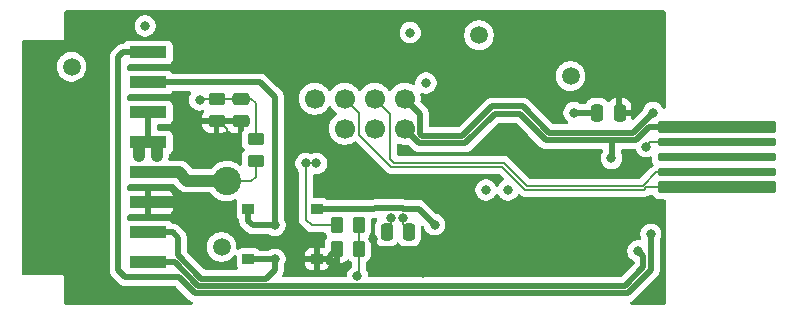
<source format=gbr>
%TF.GenerationSoftware,KiCad,Pcbnew,9.0.5*%
%TF.CreationDate,2025-10-19T11:10:53+01:00*%
%TF.ProjectId,loco-decoder-v1a,6c6f636f-2d64-4656-936f-6465722d7631,rev?*%
%TF.SameCoordinates,Original*%
%TF.FileFunction,Copper,L4,Bot*%
%TF.FilePolarity,Positive*%
%FSLAX46Y46*%
G04 Gerber Fmt 4.6, Leading zero omitted, Abs format (unit mm)*
G04 Created by KiCad (PCBNEW 9.0.5) date 2025-10-19 11:10:53*
%MOMM*%
%LPD*%
G01*
G04 APERTURE LIST*
G04 Aperture macros list*
%AMRoundRect*
0 Rectangle with rounded corners*
0 $1 Rounding radius*
0 $2 $3 $4 $5 $6 $7 $8 $9 X,Y pos of 4 corners*
0 Add a 4 corners polygon primitive as box body*
4,1,4,$2,$3,$4,$5,$6,$7,$8,$9,$2,$3,0*
0 Add four circle primitives for the rounded corners*
1,1,$1+$1,$2,$3*
1,1,$1+$1,$4,$5*
1,1,$1+$1,$6,$7*
1,1,$1+$1,$8,$9*
0 Add four rect primitives between the rounded corners*
20,1,$1+$1,$2,$3,$4,$5,0*
20,1,$1+$1,$4,$5,$6,$7,0*
20,1,$1+$1,$6,$7,$8,$9,0*
20,1,$1+$1,$8,$9,$2,$3,0*%
G04 Aperture macros list end*
%TA.AperFunction,Conductor*%
%ADD10C,0.500000*%
%TD*%
%TA.AperFunction,TestPad*%
%ADD11C,1.500000*%
%TD*%
%TA.AperFunction,ConnectorPad*%
%ADD12RoundRect,0.156250X-4.843750X0.343750X-4.843750X-0.343750X4.843750X-0.343750X4.843750X0.343750X0*%
%TD*%
%TA.AperFunction,ConnectorPad*%
%ADD13RoundRect,0.093750X-4.906250X0.206250X-4.906250X-0.206250X4.906250X-0.206250X4.906250X0.206250X0*%
%TD*%
%TA.AperFunction,HeatsinkPad*%
%ADD14C,2.400000*%
%TD*%
%TA.AperFunction,SMDPad,CuDef*%
%ADD15R,3.300000X2.600000*%
%TD*%
%TA.AperFunction,ComponentPad*%
%ADD16R,1.700000X1.700000*%
%TD*%
%TA.AperFunction,ComponentPad*%
%ADD17C,1.700000*%
%TD*%
%TA.AperFunction,SMDPad,CuDef*%
%ADD18RoundRect,0.250000X0.250000X0.475000X-0.250000X0.475000X-0.250000X-0.475000X0.250000X-0.475000X0*%
%TD*%
%TA.AperFunction,SMDPad,CuDef*%
%ADD19RoundRect,0.250000X0.450000X-0.262500X0.450000X0.262500X-0.450000X0.262500X-0.450000X-0.262500X0*%
%TD*%
%TA.AperFunction,SMDPad,CuDef*%
%ADD20R,0.977900X0.838200*%
%TD*%
%TA.AperFunction,SMDPad,CuDef*%
%ADD21RoundRect,0.250000X0.475000X-0.250000X0.475000X0.250000X-0.475000X0.250000X-0.475000X-0.250000X0*%
%TD*%
%TA.AperFunction,SMDPad,CuDef*%
%ADD22RoundRect,0.250000X-0.262500X-0.450000X0.262500X-0.450000X0.262500X0.450000X-0.262500X0.450000X0*%
%TD*%
%TA.AperFunction,SMDPad,CuDef*%
%ADD23RoundRect,0.250000X-0.450000X0.262500X-0.450000X-0.262500X0.450000X-0.262500X0.450000X0.262500X0*%
%TD*%
%TA.AperFunction,SMDPad,CuDef*%
%ADD24R,3.170000X1.020000*%
%TD*%
%TA.AperFunction,SMDPad,CuDef*%
%ADD25RoundRect,0.250000X0.262500X0.450000X-0.262500X0.450000X-0.262500X-0.450000X0.262500X-0.450000X0*%
%TD*%
%TA.AperFunction,ViaPad*%
%ADD26C,0.800000*%
%TD*%
%TA.AperFunction,ViaPad*%
%ADD27C,2.400000*%
%TD*%
%TA.AperFunction,Conductor*%
%ADD28C,0.200000*%
%TD*%
%TA.AperFunction,Conductor*%
%ADD29C,1.000000*%
%TD*%
G04 APERTURE END LIST*
D10*
%TO.N,GND*%
X120625000Y-67450000D02*
X120625000Y-65550000D01*
%TD*%
D11*
%TO.P,FD2,1*%
%TO.N,unconnected-(U1-GPIO23{slash}SCL-Pad6)*%
X86983300Y-78820000D03*
%TD*%
D12*
%TO.P,J1,6,Pin_6*%
%TO.N,/MOTOR_M*%
X128950000Y-68710000D03*
D13*
%TO.P,J1,7,Pin_7*%
%TO.N,3V3*%
X128950000Y-69980000D03*
%TO.P,J1,8,Pin_8*%
%TO.N,unconnected-(J1-Pin_8-Pad8)*%
X128950000Y-71250000D03*
%TO.P,J1,9,Pin_9*%
%TO.N,/LED_R*%
X128950000Y-72520000D03*
D12*
%TO.P,J1,10,Pin_10*%
%TO.N,/LED_Y*%
X128950000Y-73790000D03*
%TD*%
D14*
%TO.P,U2,9,PAD*%
%TO.N,GND*%
X120630000Y-64580000D03*
D15*
X120630000Y-64580000D03*
%TD*%
D11*
%TO.P,TP2,1,1*%
%TO.N,/v boost/+VM*%
X108775000Y-60890000D03*
%TD*%
D16*
%TO.P,J4,1,Pin_1*%
%TO.N,GND*%
X94865000Y-68815000D03*
D17*
%TO.P,J4,2,Pin_2*%
%TO.N,3V3*%
X94865000Y-66275000D03*
%TO.P,J4,3,Pin_3*%
%TO.N,/GPIO*%
X97405000Y-68815000D03*
%TO.P,J4,4,Pin_4*%
%TO.N,/LED_Y*%
X97405000Y-66275000D03*
%TO.P,J4,5,Pin_5*%
%TO.N,VBAT*%
X99945000Y-68815000D03*
%TO.P,J4,6,Pin_6*%
%TO.N,/LED_R*%
X99945000Y-66275000D03*
%TO.P,J4,7,Pin_7*%
%TO.N,/MOTOR_M*%
X102485000Y-68815000D03*
%TO.P,J4,8,Pin_8*%
%TO.N,/MOTOR_P*%
X102485000Y-66275000D03*
%TD*%
D11*
%TO.P,FD1,1*%
%TO.N,VBUS*%
X74283300Y-63570000D03*
%TD*%
%TO.P,TP1,1,1*%
%TO.N,/motor driver/+12V0*%
X116525000Y-64360000D03*
%TD*%
D18*
%TO.P,C9,1*%
%TO.N,Net-(U4-BOOT)*%
X100965000Y-77550000D03*
%TO.P,C9,2*%
%TO.N,Net-(U4-SW)*%
X102865000Y-77550000D03*
%TD*%
%TO.P,C3,1*%
%TO.N,/motor driver/+12V0*%
X118775000Y-67450000D03*
%TO.P,C3,2*%
%TO.N,GND*%
X120675000Y-67450000D03*
%TD*%
D19*
%TO.P,R5,1*%
%TO.N,Net-(U1-GPIO0{slash}A0)*%
X89875000Y-69712500D03*
%TO.P,R5,2*%
%TO.N,VBAT*%
X89875000Y-71537500D03*
%TD*%
D20*
%TO.P,D1,1,+*%
%TO.N,Net-(D1-+)*%
X95069650Y-75634500D03*
%TO.P,D1,2*%
%TO.N,/PWR_IN+*%
X89240350Y-75634500D03*
%TO.P,D1,3*%
%TO.N,/PWR_IN-*%
X89240350Y-79825500D03*
%TO.P,D1,4,-*%
%TO.N,GND*%
X95069650Y-79825500D03*
%TD*%
D21*
%TO.P,C1,1*%
%TO.N,Net-(U1-GPIO0{slash}A0)*%
X88625000Y-66300000D03*
%TO.P,C1,2*%
%TO.N,GND*%
X88625000Y-68200000D03*
%TD*%
D22*
%TO.P,R16,1*%
%TO.N,Net-(U1-GPIO1{slash}A1)*%
X98597500Y-76990000D03*
%TO.P,R16,2*%
%TO.N,VBUS*%
X96772500Y-76990000D03*
%TD*%
D23*
%TO.P,R6,1*%
%TO.N,GND*%
X86555000Y-68162500D03*
%TO.P,R6,2*%
%TO.N,Net-(U1-GPIO0{slash}A0)*%
X86555000Y-66337500D03*
%TD*%
D24*
%TO.P,J2,1,1*%
%TO.N,/RAIL_M*%
X80752500Y-80140000D03*
%TO.P,J2,2,2*%
%TO.N,/PWR_IN-*%
X80752500Y-77600000D03*
%TO.P,J2,3,3*%
%TO.N,GND*%
X80752500Y-75060000D03*
%TO.P,J2,4,4*%
%TO.N,VBAT*%
X80752500Y-72520000D03*
%TO.P,J2,5,5*%
%TO.N,/BAT+*%
X80752500Y-69980000D03*
%TO.P,J2,6,6*%
X80752500Y-67440000D03*
%TO.P,J2,7,7*%
%TO.N,/PWR_IN+*%
X80752500Y-64900000D03*
%TO.P,J2,8,8*%
%TO.N,/RAIL_P*%
X80752500Y-62360000D03*
%TD*%
D25*
%TO.P,R17,1*%
%TO.N,GND*%
X96772500Y-78960000D03*
%TO.P,R17,2*%
%TO.N,Net-(U1-GPIO1{slash}A1)*%
X98597500Y-78960000D03*
%TD*%
D26*
%TO.N,/motor driver/+12V0*%
X116825000Y-67450000D03*
%TO.N,/PWR_IN-*%
X91500000Y-79875000D03*
%TO.N,/BAT+*%
X109375000Y-74000000D03*
X81500000Y-71125000D03*
X111250000Y-74000000D03*
X80000000Y-71125000D03*
%TO.N,/PWR_IN+*%
X91500000Y-77000000D03*
%TO.N,VBAT*%
X104284890Y-64937039D03*
D27*
X87435000Y-73250000D03*
D26*
%TO.N,GND*%
X73250000Y-72000000D03*
X109500000Y-78375000D03*
X116705000Y-76560000D03*
X107287500Y-66631450D03*
X114580000Y-66615000D03*
X76823300Y-65010000D03*
X103995000Y-81060000D03*
X111125000Y-69050000D03*
X111000000Y-78375000D03*
X102272500Y-79900000D03*
X96125000Y-80000000D03*
X98785000Y-63630000D03*
X102385000Y-62680000D03*
X84050000Y-75075000D03*
D27*
X87435000Y-70250000D03*
D26*
X76823300Y-61140000D03*
X113825000Y-61350000D03*
X99772500Y-78140000D03*
X113830000Y-62695000D03*
%TO.N,3V3*%
X102955000Y-60670000D03*
X122950000Y-70325000D03*
X80515000Y-60110000D03*
%TO.N,Net-(U1-GPIO0{slash}A0)*%
X85125000Y-66375000D03*
%TO.N,Net-(D1-+)*%
X105025000Y-76930000D03*
%TO.N,Net-(U1-GPIO1{slash}A1)*%
X98481250Y-81325000D03*
%TO.N,Net-(U4-BOOT)*%
X101325000Y-76350000D03*
%TO.N,Net-(U4-SW)*%
X102375000Y-76370000D03*
%TO.N,VBUS*%
X95000000Y-71750000D03*
X94125000Y-71750000D03*
%TO.N,/MOTOR_M*%
X119995000Y-71320000D03*
%TO.N,/MOTOR_P*%
X123520000Y-67455000D03*
%TO.N,/RAIL_M*%
X122225000Y-79150000D03*
%TO.N,/RAIL_P*%
X123325000Y-77750000D03*
%TD*%
D10*
%TO.N,/motor driver/+12V0*%
X118775000Y-67450000D02*
X116825000Y-67450000D01*
D28*
%TO.N,/LED_Y*%
X101339621Y-72024621D02*
X98645000Y-69330000D01*
X128950000Y-73790000D02*
X122948862Y-73790000D01*
X122760862Y-73978000D02*
X112689138Y-73978000D01*
X110735759Y-72024621D02*
X101339621Y-72024621D01*
X112689138Y-73978000D02*
X110735759Y-72024621D01*
X122948862Y-73790000D02*
X122760862Y-73978000D01*
X98645000Y-69330000D02*
X98645000Y-67515000D01*
X98645000Y-67515000D02*
X97405000Y-66275000D01*
%TO.N,/LED_R*%
X128950000Y-72520000D02*
X123755000Y-72520000D01*
X101245000Y-68710000D02*
X101225000Y-68690000D01*
X101245000Y-71380000D02*
X101245000Y-68710000D01*
X101225000Y-68690000D02*
X101225000Y-67555000D01*
X128950000Y-72520000D02*
X128920000Y-72550000D01*
X101225000Y-67555000D02*
X99945000Y-66275000D01*
X101561621Y-71696621D02*
X101245000Y-71380000D01*
X110871621Y-71696621D02*
X101561621Y-71696621D01*
X123755000Y-72520000D02*
X122625000Y-73650000D01*
X122625000Y-73650000D02*
X112825000Y-73650000D01*
X112825000Y-73650000D02*
X110871621Y-71696621D01*
D10*
%TO.N,/PWR_IN-*%
X91500000Y-79875000D02*
X89289850Y-79875000D01*
X83275126Y-78025126D02*
X82850000Y-77600000D01*
X90753000Y-81497000D02*
X85260126Y-81497000D01*
X82850000Y-77600000D02*
X80752500Y-77600000D01*
X85260126Y-81497000D02*
X83275126Y-79512000D01*
X91500000Y-79875000D02*
X91500000Y-80750000D01*
X89289850Y-79875000D02*
X89240350Y-79825500D01*
X91500000Y-80750000D02*
X90753000Y-81497000D01*
X83275126Y-79512000D02*
X83275126Y-78025126D01*
%TO.N,/BAT+*%
X80752500Y-69980000D02*
X81230000Y-69980000D01*
D29*
X80000000Y-70125000D02*
X80000000Y-71125000D01*
D10*
X81230000Y-69980000D02*
X81500000Y-70250000D01*
X80145000Y-69980000D02*
X80000000Y-70125000D01*
X80752500Y-69980000D02*
X80752500Y-67440000D01*
D29*
X81500000Y-70250000D02*
X81500000Y-71125000D01*
D10*
X80752500Y-69980000D02*
X80145000Y-69980000D01*
%TO.N,/PWR_IN+*%
X89240350Y-76615350D02*
X89240350Y-75634500D01*
X91500000Y-77000000D02*
X89625000Y-77000000D01*
X80752500Y-64900000D02*
X90275000Y-64900000D01*
X89625000Y-77000000D02*
X89240350Y-76615350D01*
X91500000Y-66125000D02*
X91500000Y-77000000D01*
X90275000Y-64900000D02*
X91500000Y-66125000D01*
D29*
%TO.N,VBAT*%
X83395000Y-72520000D02*
X84075000Y-73200000D01*
X84825000Y-73200000D02*
X87385000Y-73200000D01*
X84075000Y-73200000D02*
X84825000Y-73200000D01*
D28*
X89875000Y-72875000D02*
X89500000Y-73250000D01*
D29*
X87385000Y-73200000D02*
X87435000Y-73250000D01*
D28*
X89500000Y-73250000D02*
X87435000Y-73250000D01*
X89875000Y-71537500D02*
X89875000Y-72875000D01*
D29*
X80752500Y-72520000D02*
X83395000Y-72520000D01*
D28*
%TO.N,GND*%
X96772500Y-79242500D02*
X96772500Y-78960000D01*
D10*
X96125000Y-80000000D02*
X96125000Y-79607500D01*
D28*
X86787500Y-68162500D02*
X87435000Y-68810000D01*
D29*
X84035000Y-75060000D02*
X80752500Y-75060000D01*
D10*
X95145150Y-79750000D02*
X95069650Y-79825500D01*
X95069650Y-79825500D02*
X95950500Y-79825500D01*
D28*
X96772500Y-78960000D02*
X96772500Y-79162500D01*
X96795000Y-78982500D02*
X96772500Y-78960000D01*
D29*
X84050000Y-75075000D02*
X84035000Y-75060000D01*
D28*
X86555000Y-68162500D02*
X88587500Y-68162500D01*
D10*
X96125000Y-79607500D02*
X96772500Y-78960000D01*
D28*
X87435000Y-68810000D02*
X87435000Y-70250000D01*
X96772500Y-78960000D02*
X96805000Y-78960000D01*
D10*
X95950500Y-79825500D02*
X96125000Y-80000000D01*
D28*
%TO.N,3V3*%
X123295000Y-69980000D02*
X122950000Y-70325000D01*
X128950000Y-69980000D02*
X123295000Y-69980000D01*
%TO.N,Net-(U1-GPIO0{slash}A0)*%
X88625000Y-66300000D02*
X86592500Y-66300000D01*
X89875000Y-66675000D02*
X89500000Y-66300000D01*
X85162500Y-66337500D02*
X85125000Y-66375000D01*
X86555000Y-66337500D02*
X85162500Y-66337500D01*
X89875000Y-69712500D02*
X89875000Y-66675000D01*
X89500000Y-66300000D02*
X88625000Y-66300000D01*
D10*
%TO.N,Net-(D1-+)*%
X99910500Y-75634500D02*
X95069650Y-75634500D01*
X102375000Y-75569000D02*
X102355000Y-75549000D01*
X105025000Y-76930000D02*
X103664000Y-75569000D01*
X103664000Y-75569000D02*
X102375000Y-75569000D01*
X102355000Y-75549000D02*
X99996000Y-75549000D01*
X99996000Y-75549000D02*
X99910500Y-75634500D01*
D28*
%TO.N,Net-(U1-GPIO1{slash}A1)*%
X98605000Y-81201250D02*
X98605000Y-81082500D01*
X98695000Y-79057500D02*
X98597500Y-78960000D01*
X98597500Y-81075000D02*
X98597500Y-78960000D01*
X98695000Y-77087500D02*
X98597500Y-76990000D01*
X98597500Y-76990000D02*
X98597500Y-78960000D01*
X98605000Y-81082500D02*
X98597500Y-81075000D01*
X98481250Y-81325000D02*
X98605000Y-81201250D01*
%TO.N,Net-(U4-BOOT)*%
X101325000Y-77950000D02*
X101325000Y-76350000D01*
%TO.N,Net-(U4-SW)*%
X103225000Y-77950000D02*
X103225000Y-77740000D01*
X103225000Y-77740000D02*
X102375000Y-76890000D01*
X102375000Y-76890000D02*
X102375000Y-76370000D01*
%TO.N,VBUS*%
X94615000Y-76990000D02*
X96772500Y-76990000D01*
X94125000Y-76500000D02*
X94615000Y-76990000D01*
X94125000Y-71750000D02*
X94125000Y-76500000D01*
D10*
%TO.N,/MOTOR_M*%
X103720000Y-70050000D02*
X102485000Y-68815000D01*
X112233000Y-67558000D02*
X110125126Y-67558000D01*
X114453000Y-69778000D02*
X112233000Y-67558000D01*
X122085126Y-69778000D02*
X123153126Y-68710000D01*
X120025000Y-69778000D02*
X114453000Y-69778000D01*
X120025000Y-69778000D02*
X122085126Y-69778000D01*
X119995000Y-71320000D02*
X120025000Y-71290000D01*
X123153126Y-68710000D02*
X128950000Y-68710000D01*
X110125126Y-67558000D02*
X107633126Y-70050000D01*
X120025000Y-71290000D02*
X120025000Y-69778000D01*
X107633126Y-70050000D02*
X103720000Y-70050000D01*
%TO.N,/MOTOR_P*%
X103786000Y-69227874D02*
X103980126Y-69422000D01*
X109865000Y-66930000D02*
X112493126Y-66930000D01*
X112493126Y-66930000D02*
X114713126Y-69150000D01*
X103980126Y-69422000D02*
X107373000Y-69422000D01*
X103786000Y-67576000D02*
X103786000Y-69227874D01*
X102485000Y-66275000D02*
X102485000Y-66770000D01*
X121825000Y-69150000D02*
X123520000Y-67455000D01*
X114713126Y-69150000D02*
X121825000Y-69150000D01*
X102485000Y-66275000D02*
X103786000Y-67576000D01*
X107373000Y-69422000D02*
X109865000Y-66930000D01*
X123520000Y-67455000D02*
X123431874Y-67455000D01*
%TO.N,/RAIL_M*%
X122697000Y-79622000D02*
X122225000Y-79150000D01*
X121111874Y-82125000D02*
X122697000Y-80539874D01*
X85000000Y-82125000D02*
X121111874Y-82125000D01*
X80752500Y-80140000D02*
X83015000Y-80140000D01*
X83015000Y-80140000D02*
X85000000Y-82125000D01*
X122697000Y-80539874D02*
X122697000Y-79622000D01*
%TO.N,/RAIL_P*%
X78250000Y-80803000D02*
X78837000Y-81390000D01*
X84739874Y-82753000D02*
X121372000Y-82753000D01*
X80752500Y-62360000D02*
X78625000Y-62360000D01*
X78837000Y-81390000D02*
X83376874Y-81390000D01*
X78625000Y-62360000D02*
X78250000Y-62735000D01*
X123325000Y-80800000D02*
X123325000Y-77750000D01*
X78250000Y-62735000D02*
X78250000Y-80803000D01*
X121372000Y-82753000D02*
X123325000Y-80800000D01*
X83376874Y-81390000D02*
X84739874Y-82753000D01*
%TD*%
%TA.AperFunction,Conductor*%
%TO.N,GND*%
G36*
X124517539Y-58820185D02*
G01*
X124563294Y-58872989D01*
X124574500Y-58924500D01*
X124574500Y-67024277D01*
X124554815Y-67091316D01*
X124502011Y-67137071D01*
X124432853Y-67147015D01*
X124369297Y-67117990D01*
X124335939Y-67071730D01*
X124318014Y-67028455D01*
X124318009Y-67028446D01*
X124219464Y-66880965D01*
X124219461Y-66880961D01*
X124094038Y-66755538D01*
X124094034Y-66755535D01*
X123946553Y-66656990D01*
X123946540Y-66656983D01*
X123782667Y-66589106D01*
X123782658Y-66589103D01*
X123608694Y-66554500D01*
X123608691Y-66554500D01*
X123431309Y-66554500D01*
X123431306Y-66554500D01*
X123257341Y-66589103D01*
X123257332Y-66589106D01*
X123093459Y-66656983D01*
X123093446Y-66656990D01*
X122945965Y-66755535D01*
X122945961Y-66755538D01*
X122820538Y-66880961D01*
X122820535Y-66880965D01*
X122721990Y-67028446D01*
X122721983Y-67028459D01*
X122654106Y-67192331D01*
X122654104Y-67192337D01*
X122644759Y-67239319D01*
X122612373Y-67301230D01*
X122610823Y-67302807D01*
X121886681Y-68026950D01*
X121825358Y-68060435D01*
X121755667Y-68055451D01*
X121699733Y-68013579D01*
X121675316Y-67948115D01*
X121675000Y-67939269D01*
X121675000Y-67700000D01*
X120799000Y-67700000D01*
X120731961Y-67680315D01*
X120686206Y-67627511D01*
X120675000Y-67576000D01*
X120675000Y-67450000D01*
X120549000Y-67450000D01*
X120481961Y-67430315D01*
X120436206Y-67377511D01*
X120425000Y-67326000D01*
X120425000Y-67200000D01*
X120925000Y-67200000D01*
X121674999Y-67200000D01*
X121674999Y-66925028D01*
X121674998Y-66925013D01*
X121664505Y-66822302D01*
X121609358Y-66655880D01*
X121609356Y-66655875D01*
X121517315Y-66506654D01*
X121393345Y-66382684D01*
X121244124Y-66290643D01*
X121244119Y-66290641D01*
X121077697Y-66235494D01*
X121077690Y-66235493D01*
X120974986Y-66225000D01*
X120925000Y-66225000D01*
X120925000Y-67200000D01*
X120425000Y-67200000D01*
X120425000Y-66225000D01*
X120424999Y-66224999D01*
X120375029Y-66225000D01*
X120375011Y-66225001D01*
X120272302Y-66235494D01*
X120105880Y-66290641D01*
X120105875Y-66290643D01*
X119956654Y-66382684D01*
X119832683Y-66506655D01*
X119832679Y-66506660D01*
X119830826Y-66509665D01*
X119829018Y-66511290D01*
X119828202Y-66512323D01*
X119828025Y-66512183D01*
X119778874Y-66556385D01*
X119709911Y-66567601D01*
X119645831Y-66539752D01*
X119619753Y-66509653D01*
X119619737Y-66509628D01*
X119617712Y-66506344D01*
X119493656Y-66382288D01*
X119396362Y-66322277D01*
X119344336Y-66290187D01*
X119344331Y-66290185D01*
X119332619Y-66286304D01*
X119177797Y-66235001D01*
X119177795Y-66235000D01*
X119075010Y-66224500D01*
X118474998Y-66224500D01*
X118474980Y-66224501D01*
X118372203Y-66235000D01*
X118372200Y-66235001D01*
X118205668Y-66290185D01*
X118205663Y-66290187D01*
X118056342Y-66382289D01*
X117932289Y-66506342D01*
X117929237Y-66511290D01*
X117851289Y-66637666D01*
X117849481Y-66640597D01*
X117797533Y-66687321D01*
X117743942Y-66699500D01*
X117360270Y-66699500D01*
X117293231Y-66679815D01*
X117291378Y-66678601D01*
X117251552Y-66651989D01*
X117251547Y-66651987D01*
X117087667Y-66584106D01*
X117087658Y-66584103D01*
X116913694Y-66549500D01*
X116913691Y-66549500D01*
X116736309Y-66549500D01*
X116736306Y-66549500D01*
X116562341Y-66584103D01*
X116562332Y-66584106D01*
X116398459Y-66651983D01*
X116398446Y-66651990D01*
X116250965Y-66750535D01*
X116250961Y-66750538D01*
X116125538Y-66875961D01*
X116125535Y-66875965D01*
X116026990Y-67023446D01*
X116026983Y-67023459D01*
X115959106Y-67187332D01*
X115959103Y-67187341D01*
X115924500Y-67361304D01*
X115924500Y-67538695D01*
X115959103Y-67712658D01*
X115959106Y-67712667D01*
X116026983Y-67876540D01*
X116026990Y-67876553D01*
X116125535Y-68024034D01*
X116125538Y-68024038D01*
X116250961Y-68149461D01*
X116285288Y-68172398D01*
X116330092Y-68226011D01*
X116338799Y-68295336D01*
X116308644Y-68358363D01*
X116249201Y-68395082D01*
X116216396Y-68399500D01*
X115075355Y-68399500D01*
X115008316Y-68379815D01*
X114987674Y-68363181D01*
X112971547Y-66347052D01*
X112971540Y-66347046D01*
X112880638Y-66286308D01*
X112880638Y-66286309D01*
X112848621Y-66264916D01*
X112848618Y-66264914D01*
X112848617Y-66264914D01*
X112712043Y-66208343D01*
X112712033Y-66208340D01*
X112567046Y-66179500D01*
X112567044Y-66179500D01*
X109938917Y-66179500D01*
X109791082Y-66179500D01*
X109791080Y-66179500D01*
X109646092Y-66208340D01*
X109646082Y-66208343D01*
X109509511Y-66264912D01*
X109509498Y-66264919D01*
X109386584Y-66347048D01*
X109386580Y-66347051D01*
X107098451Y-68635181D01*
X107037128Y-68668666D01*
X107010770Y-68671500D01*
X104660500Y-68671500D01*
X104593461Y-68651815D01*
X104547706Y-68599011D01*
X104536500Y-68547500D01*
X104536500Y-67502079D01*
X104507659Y-67357092D01*
X104507658Y-67357091D01*
X104507658Y-67357087D01*
X104500580Y-67339999D01*
X104451086Y-67220509D01*
X104451085Y-67220507D01*
X104432262Y-67192337D01*
X104418186Y-67171270D01*
X104401980Y-67147015D01*
X104368956Y-67097589D01*
X104368952Y-67097584D01*
X103855175Y-66583807D01*
X103821690Y-66522484D01*
X103820383Y-66476728D01*
X103826848Y-66435909D01*
X103835500Y-66381287D01*
X103835500Y-66168713D01*
X103802246Y-65958757D01*
X103792648Y-65929220D01*
X103790653Y-65859383D01*
X103826733Y-65799550D01*
X103889434Y-65768721D01*
X103958031Y-65776343D01*
X104022224Y-65802933D01*
X104022226Y-65802933D01*
X104022231Y-65802935D01*
X104196194Y-65837538D01*
X104196197Y-65837539D01*
X104196199Y-65837539D01*
X104373583Y-65837539D01*
X104373584Y-65837538D01*
X104431572Y-65826003D01*
X104547548Y-65802935D01*
X104547551Y-65802933D01*
X104547556Y-65802933D01*
X104711437Y-65735052D01*
X104858925Y-65636503D01*
X104984354Y-65511074D01*
X105082903Y-65363586D01*
X105150784Y-65199705D01*
X105155769Y-65174647D01*
X105185389Y-65025734D01*
X105185390Y-65025732D01*
X105185390Y-64848345D01*
X105185389Y-64848343D01*
X105150786Y-64674380D01*
X105150783Y-64674371D01*
X105082906Y-64510498D01*
X105082899Y-64510485D01*
X104984354Y-64363004D01*
X104984351Y-64363000D01*
X104882928Y-64261577D01*
X115274500Y-64261577D01*
X115274500Y-64458422D01*
X115305290Y-64652826D01*
X115366117Y-64840029D01*
X115455476Y-65015405D01*
X115571172Y-65174646D01*
X115710354Y-65313828D01*
X115869595Y-65429524D01*
X115952455Y-65471743D01*
X116044970Y-65518882D01*
X116044972Y-65518882D01*
X116044975Y-65518884D01*
X116145317Y-65551487D01*
X116232173Y-65579709D01*
X116426578Y-65610500D01*
X116426583Y-65610500D01*
X116623422Y-65610500D01*
X116817826Y-65579709D01*
X116829407Y-65575946D01*
X117005025Y-65518884D01*
X117180405Y-65429524D01*
X117339646Y-65313828D01*
X117478828Y-65174646D01*
X117594524Y-65015405D01*
X117683884Y-64840025D01*
X117744709Y-64652826D01*
X117746816Y-64639523D01*
X117775500Y-64458422D01*
X117775500Y-64261577D01*
X117744709Y-64067173D01*
X117705403Y-63946204D01*
X117683884Y-63879975D01*
X117683882Y-63879972D01*
X117683882Y-63879970D01*
X117594523Y-63704594D01*
X117478828Y-63545354D01*
X117339646Y-63406172D01*
X117180405Y-63290476D01*
X117154298Y-63277174D01*
X117005029Y-63201117D01*
X116817826Y-63140290D01*
X116623422Y-63109500D01*
X116623417Y-63109500D01*
X116426583Y-63109500D01*
X116426578Y-63109500D01*
X116232173Y-63140290D01*
X116044970Y-63201117D01*
X115869594Y-63290476D01*
X115798827Y-63341892D01*
X115710354Y-63406172D01*
X115710352Y-63406174D01*
X115710351Y-63406174D01*
X115571174Y-63545351D01*
X115571174Y-63545352D01*
X115571172Y-63545354D01*
X115521485Y-63613741D01*
X115455476Y-63704594D01*
X115366117Y-63879970D01*
X115305290Y-64067173D01*
X115274500Y-64261577D01*
X104882928Y-64261577D01*
X104858928Y-64237577D01*
X104858924Y-64237574D01*
X104711443Y-64139029D01*
X104711430Y-64139022D01*
X104547557Y-64071145D01*
X104547548Y-64071142D01*
X104373584Y-64036539D01*
X104373581Y-64036539D01*
X104196199Y-64036539D01*
X104196196Y-64036539D01*
X104022231Y-64071142D01*
X104022222Y-64071145D01*
X103858349Y-64139022D01*
X103858336Y-64139029D01*
X103710855Y-64237574D01*
X103710851Y-64237577D01*
X103585428Y-64363000D01*
X103585425Y-64363004D01*
X103486880Y-64510485D01*
X103486873Y-64510498D01*
X103418996Y-64674371D01*
X103418993Y-64674380D01*
X103384390Y-64848343D01*
X103384390Y-65015927D01*
X103364705Y-65082966D01*
X103311901Y-65128721D01*
X103242743Y-65138665D01*
X103195607Y-65121659D01*
X103192818Y-65119950D01*
X103003414Y-65023444D01*
X103003413Y-65023443D01*
X103003412Y-65023443D01*
X102801243Y-64957754D01*
X102801241Y-64957753D01*
X102801240Y-64957753D01*
X102639957Y-64932208D01*
X102591287Y-64924500D01*
X102378713Y-64924500D01*
X102330042Y-64932208D01*
X102168760Y-64957753D01*
X101966585Y-65023444D01*
X101777179Y-65119951D01*
X101605213Y-65244890D01*
X101454890Y-65395213D01*
X101329949Y-65567182D01*
X101325484Y-65575946D01*
X101277509Y-65626742D01*
X101209688Y-65643536D01*
X101143553Y-65620998D01*
X101104516Y-65575946D01*
X101100050Y-65567182D01*
X100975109Y-65395213D01*
X100824786Y-65244890D01*
X100652820Y-65119951D01*
X100463414Y-65023444D01*
X100463413Y-65023443D01*
X100463412Y-65023443D01*
X100261243Y-64957754D01*
X100261241Y-64957753D01*
X100261240Y-64957753D01*
X100099957Y-64932208D01*
X100051287Y-64924500D01*
X99838713Y-64924500D01*
X99790042Y-64932208D01*
X99628760Y-64957753D01*
X99426585Y-65023444D01*
X99237179Y-65119951D01*
X99065213Y-65244890D01*
X98914890Y-65395213D01*
X98789949Y-65567182D01*
X98785484Y-65575946D01*
X98737509Y-65626742D01*
X98669688Y-65643536D01*
X98603553Y-65620998D01*
X98564516Y-65575946D01*
X98560050Y-65567182D01*
X98435109Y-65395213D01*
X98284786Y-65244890D01*
X98112820Y-65119951D01*
X97923414Y-65023444D01*
X97923413Y-65023443D01*
X97923412Y-65023443D01*
X97721243Y-64957754D01*
X97721241Y-64957753D01*
X97721240Y-64957753D01*
X97559957Y-64932208D01*
X97511287Y-64924500D01*
X97298713Y-64924500D01*
X97250042Y-64932208D01*
X97088760Y-64957753D01*
X96886585Y-65023444D01*
X96697179Y-65119951D01*
X96525213Y-65244890D01*
X96374890Y-65395213D01*
X96249949Y-65567182D01*
X96245484Y-65575946D01*
X96197509Y-65626742D01*
X96129688Y-65643536D01*
X96063553Y-65620998D01*
X96024516Y-65575946D01*
X96020050Y-65567182D01*
X95895109Y-65395213D01*
X95744786Y-65244890D01*
X95572820Y-65119951D01*
X95383414Y-65023444D01*
X95383413Y-65023443D01*
X95383412Y-65023443D01*
X95181243Y-64957754D01*
X95181241Y-64957753D01*
X95181240Y-64957753D01*
X95019957Y-64932208D01*
X94971287Y-64924500D01*
X94758713Y-64924500D01*
X94710042Y-64932208D01*
X94548760Y-64957753D01*
X94346585Y-65023444D01*
X94157179Y-65119951D01*
X93985213Y-65244890D01*
X93834890Y-65395213D01*
X93709951Y-65567179D01*
X93613444Y-65756585D01*
X93613443Y-65756587D01*
X93613443Y-65756588D01*
X93547754Y-65958757D01*
X93514500Y-66168713D01*
X93514500Y-66381287D01*
X93522136Y-66429500D01*
X93547415Y-66589106D01*
X93547754Y-66591243D01*
X93601136Y-66755536D01*
X93613444Y-66793414D01*
X93709951Y-66982820D01*
X93834890Y-67154786D01*
X93985213Y-67305109D01*
X94157179Y-67430048D01*
X94157181Y-67430049D01*
X94157184Y-67430051D01*
X94346588Y-67526557D01*
X94548757Y-67592246D01*
X94758713Y-67625500D01*
X94758714Y-67625500D01*
X94971286Y-67625500D01*
X94971287Y-67625500D01*
X95181243Y-67592246D01*
X95383412Y-67526557D01*
X95572816Y-67430051D01*
X95667439Y-67361304D01*
X95744786Y-67305109D01*
X95744788Y-67305106D01*
X95744792Y-67305104D01*
X95895104Y-67154792D01*
X95895106Y-67154788D01*
X95895109Y-67154786D01*
X96020048Y-66982820D01*
X96020047Y-66982820D01*
X96020051Y-66982816D01*
X96024514Y-66974054D01*
X96072488Y-66923259D01*
X96140308Y-66906463D01*
X96206444Y-66928999D01*
X96245486Y-66974056D01*
X96249951Y-66982820D01*
X96374890Y-67154786D01*
X96525213Y-67305109D01*
X96697182Y-67430050D01*
X96705946Y-67434516D01*
X96756742Y-67482491D01*
X96773536Y-67550312D01*
X96750998Y-67616447D01*
X96705946Y-67655484D01*
X96697182Y-67659949D01*
X96525213Y-67784890D01*
X96374890Y-67935213D01*
X96249951Y-68107179D01*
X96153444Y-68296585D01*
X96087753Y-68498760D01*
X96067234Y-68628314D01*
X96054500Y-68708713D01*
X96054500Y-68921287D01*
X96059730Y-68954309D01*
X96087662Y-69130666D01*
X96087754Y-69131243D01*
X96141678Y-69297204D01*
X96153444Y-69333414D01*
X96249951Y-69522820D01*
X96374890Y-69694786D01*
X96525213Y-69845109D01*
X96697179Y-69970048D01*
X96697181Y-69970049D01*
X96697184Y-69970051D01*
X96886588Y-70066557D01*
X97088757Y-70132246D01*
X97298713Y-70165500D01*
X97298714Y-70165500D01*
X97511286Y-70165500D01*
X97511287Y-70165500D01*
X97721243Y-70132246D01*
X97923412Y-70066557D01*
X98112816Y-69970051D01*
X98214217Y-69896379D01*
X98280022Y-69872900D01*
X98348076Y-69888725D01*
X98374781Y-69909016D01*
X100970905Y-72505141D01*
X100970907Y-72505142D01*
X100970911Y-72505145D01*
X101090161Y-72573993D01*
X101107837Y-72584198D01*
X101260564Y-72625122D01*
X101260566Y-72625122D01*
X101426275Y-72625122D01*
X101426291Y-72625121D01*
X110435662Y-72625121D01*
X110502701Y-72644806D01*
X110523343Y-72661440D01*
X110862243Y-73000340D01*
X110895728Y-73061663D01*
X110890744Y-73131355D01*
X110848872Y-73187288D01*
X110828654Y-73198802D01*
X110828823Y-73199117D01*
X110823446Y-73201990D01*
X110675965Y-73300535D01*
X110675961Y-73300538D01*
X110550538Y-73425961D01*
X110550535Y-73425965D01*
X110451990Y-73573446D01*
X110451983Y-73573459D01*
X110427061Y-73633629D01*
X110383220Y-73688033D01*
X110316926Y-73710098D01*
X110249227Y-73692819D01*
X110201616Y-73641682D01*
X110197939Y-73633629D01*
X110173016Y-73573459D01*
X110173009Y-73573446D01*
X110074464Y-73425965D01*
X110074461Y-73425961D01*
X109949038Y-73300538D01*
X109949034Y-73300535D01*
X109801553Y-73201990D01*
X109801540Y-73201983D01*
X109637667Y-73134106D01*
X109637658Y-73134103D01*
X109463694Y-73099500D01*
X109463691Y-73099500D01*
X109286309Y-73099500D01*
X109286306Y-73099500D01*
X109112341Y-73134103D01*
X109112332Y-73134106D01*
X108948459Y-73201983D01*
X108948446Y-73201990D01*
X108800965Y-73300535D01*
X108800961Y-73300538D01*
X108675538Y-73425961D01*
X108675535Y-73425965D01*
X108576990Y-73573446D01*
X108576983Y-73573459D01*
X108509106Y-73737332D01*
X108509103Y-73737341D01*
X108474500Y-73911304D01*
X108474500Y-74088695D01*
X108509103Y-74262658D01*
X108509106Y-74262667D01*
X108576983Y-74426540D01*
X108576990Y-74426553D01*
X108675535Y-74574034D01*
X108675538Y-74574038D01*
X108800961Y-74699461D01*
X108800965Y-74699464D01*
X108948446Y-74798009D01*
X108948459Y-74798016D01*
X109019255Y-74827340D01*
X109112334Y-74865894D01*
X109112336Y-74865894D01*
X109112341Y-74865896D01*
X109286304Y-74900499D01*
X109286307Y-74900500D01*
X109286309Y-74900500D01*
X109463693Y-74900500D01*
X109463694Y-74900499D01*
X109547064Y-74883916D01*
X109637658Y-74865896D01*
X109637661Y-74865894D01*
X109637666Y-74865894D01*
X109801547Y-74798013D01*
X109949035Y-74699464D01*
X110074464Y-74574035D01*
X110173013Y-74426547D01*
X110197939Y-74366367D01*
X110241779Y-74311967D01*
X110308073Y-74289901D01*
X110375772Y-74307180D01*
X110423383Y-74358316D01*
X110427052Y-74366349D01*
X110445210Y-74410185D01*
X110451988Y-74426549D01*
X110451990Y-74426553D01*
X110550535Y-74574034D01*
X110550538Y-74574038D01*
X110675961Y-74699461D01*
X110675965Y-74699464D01*
X110823446Y-74798009D01*
X110823459Y-74798016D01*
X110894255Y-74827340D01*
X110987334Y-74865894D01*
X110987336Y-74865894D01*
X110987341Y-74865896D01*
X111161304Y-74900499D01*
X111161307Y-74900500D01*
X111161309Y-74900500D01*
X111338693Y-74900500D01*
X111338694Y-74900499D01*
X111422064Y-74883916D01*
X111512658Y-74865896D01*
X111512661Y-74865894D01*
X111512666Y-74865894D01*
X111676547Y-74798013D01*
X111824035Y-74699464D01*
X111949464Y-74574035D01*
X112048013Y-74426547D01*
X112048015Y-74426540D01*
X112050883Y-74421177D01*
X112052298Y-74421933D01*
X112063243Y-74408347D01*
X112075685Y-74386390D01*
X112084791Y-74381601D01*
X112091246Y-74373590D01*
X112115190Y-74365617D01*
X112137527Y-74353873D01*
X112147776Y-74354768D01*
X112157538Y-74351518D01*
X112181991Y-74357756D01*
X112207132Y-74359952D01*
X112217710Y-74366868D01*
X112225239Y-74368789D01*
X112237839Y-74377351D01*
X112244079Y-74382177D01*
X112320422Y-74458520D01*
X112401407Y-74505276D01*
X112408651Y-74509458D01*
X112408652Y-74509459D01*
X112457349Y-74537575D01*
X112457353Y-74537577D01*
X112610081Y-74578500D01*
X112768195Y-74578500D01*
X122674193Y-74578500D01*
X122674209Y-74578501D01*
X122681805Y-74578501D01*
X122839916Y-74578501D01*
X122839919Y-74578501D01*
X122992647Y-74537577D01*
X123048593Y-74505276D01*
X123129578Y-74458520D01*
X123168680Y-74419417D01*
X123177212Y-74413365D01*
X123200755Y-74405263D01*
X123222602Y-74393334D01*
X123241246Y-74391329D01*
X123243279Y-74390630D01*
X123244644Y-74390963D01*
X123248960Y-74390500D01*
X123424358Y-74390500D01*
X123491397Y-74410185D01*
X123531090Y-74451379D01*
X123583188Y-74539472D01*
X123583195Y-74539481D01*
X123700518Y-74656804D01*
X123700521Y-74656806D01*
X123700524Y-74656809D01*
X123843350Y-74741276D01*
X123885370Y-74753484D01*
X124002690Y-74787569D01*
X124002693Y-74787569D01*
X124002695Y-74787570D01*
X124039924Y-74790500D01*
X124039932Y-74790500D01*
X124475770Y-74790500D01*
X124542809Y-74810185D01*
X124588564Y-74862989D01*
X124598508Y-74932147D01*
X124590331Y-74961953D01*
X124574500Y-75000170D01*
X124574500Y-83575500D01*
X124554815Y-83642539D01*
X124502011Y-83688294D01*
X124450500Y-83699500D01*
X121671486Y-83699500D01*
X121664955Y-83697582D01*
X121658258Y-83698792D01*
X121631861Y-83687864D01*
X121604447Y-83679815D01*
X121599990Y-83674671D01*
X121593701Y-83672068D01*
X121577398Y-83648599D01*
X121558692Y-83627011D01*
X121557723Y-83620275D01*
X121553840Y-83614685D01*
X121552813Y-83586130D01*
X121548748Y-83557853D01*
X121551575Y-83551661D01*
X121551331Y-83544860D01*
X121565905Y-83520284D01*
X121577773Y-83494297D01*
X121584343Y-83489191D01*
X121586970Y-83484763D01*
X121604761Y-83473327D01*
X121615957Y-83464628D01*
X121619922Y-83462641D01*
X121727495Y-83418084D01*
X121776729Y-83385186D01*
X121783175Y-83380878D01*
X121783179Y-83380877D01*
X121814025Y-83360266D01*
X121850416Y-83335952D01*
X123907951Y-81278416D01*
X123908171Y-81278087D01*
X123990084Y-81155495D01*
X124046658Y-81018913D01*
X124056605Y-80968905D01*
X124075500Y-80873920D01*
X124075500Y-78285269D01*
X124095185Y-78218230D01*
X124096398Y-78216378D01*
X124123013Y-78176547D01*
X124190894Y-78012666D01*
X124192349Y-78005354D01*
X124220034Y-77866172D01*
X124225500Y-77838691D01*
X124225500Y-77661309D01*
X124225500Y-77661306D01*
X124225499Y-77661304D01*
X124190896Y-77487341D01*
X124190893Y-77487332D01*
X124123016Y-77323459D01*
X124123009Y-77323446D01*
X124024464Y-77175965D01*
X124024461Y-77175961D01*
X123899038Y-77050538D01*
X123899034Y-77050535D01*
X123751553Y-76951990D01*
X123751540Y-76951983D01*
X123587667Y-76884106D01*
X123587658Y-76884103D01*
X123413694Y-76849500D01*
X123413691Y-76849500D01*
X123236309Y-76849500D01*
X123236306Y-76849500D01*
X123062341Y-76884103D01*
X123062332Y-76884106D01*
X122898459Y-76951983D01*
X122898446Y-76951990D01*
X122750965Y-77050535D01*
X122750961Y-77050538D01*
X122625538Y-77175961D01*
X122625535Y-77175965D01*
X122526990Y-77323446D01*
X122526983Y-77323459D01*
X122459106Y-77487332D01*
X122459103Y-77487341D01*
X122424500Y-77661304D01*
X122424500Y-77838695D01*
X122459103Y-78012658D01*
X122459105Y-78012662D01*
X122459106Y-78012666D01*
X122470985Y-78041344D01*
X122490293Y-78087960D01*
X122497760Y-78157430D01*
X122466485Y-78219908D01*
X122406395Y-78255560D01*
X122351540Y-78257028D01*
X122313694Y-78249500D01*
X122313691Y-78249500D01*
X122136309Y-78249500D01*
X122136306Y-78249500D01*
X121962341Y-78284103D01*
X121962332Y-78284106D01*
X121798459Y-78351983D01*
X121798446Y-78351990D01*
X121650965Y-78450535D01*
X121650961Y-78450538D01*
X121525538Y-78575961D01*
X121525535Y-78575965D01*
X121426990Y-78723446D01*
X121426983Y-78723459D01*
X121359106Y-78887332D01*
X121359103Y-78887341D01*
X121324500Y-79061304D01*
X121324500Y-79238695D01*
X121359103Y-79412658D01*
X121359106Y-79412667D01*
X121426983Y-79576540D01*
X121426990Y-79576553D01*
X121525535Y-79724034D01*
X121525538Y-79724038D01*
X121650961Y-79849461D01*
X121650965Y-79849464D01*
X121798448Y-79948010D01*
X121798449Y-79948010D01*
X121798453Y-79948013D01*
X121869953Y-79977628D01*
X121885517Y-79990170D01*
X121903703Y-79998476D01*
X121912167Y-80011646D01*
X121924355Y-80021468D01*
X121930668Y-80040434D01*
X121941477Y-80057254D01*
X121945439Y-80084813D01*
X121946421Y-80087762D01*
X121946500Y-80092189D01*
X121946500Y-80177644D01*
X121926815Y-80244683D01*
X121910181Y-80265325D01*
X120837325Y-81338181D01*
X120776002Y-81371666D01*
X120749644Y-81374500D01*
X99505750Y-81374500D01*
X99438711Y-81354815D01*
X99392956Y-81302011D01*
X99381750Y-81250500D01*
X99381750Y-81236306D01*
X99381749Y-81236304D01*
X99347146Y-81062341D01*
X99347143Y-81062332D01*
X99279266Y-80898459D01*
X99279259Y-80898446D01*
X99218898Y-80808110D01*
X99198020Y-80741433D01*
X99198000Y-80739219D01*
X99198000Y-80152507D01*
X99217685Y-80085468D01*
X99256903Y-80046968D01*
X99328656Y-80002712D01*
X99452712Y-79878656D01*
X99544814Y-79729334D01*
X99599999Y-79562797D01*
X99610500Y-79460009D01*
X99610499Y-78459992D01*
X99599999Y-78357203D01*
X99544814Y-78190666D01*
X99452712Y-78041344D01*
X99452709Y-78041341D01*
X99451942Y-78040097D01*
X99433502Y-77972704D01*
X99451942Y-77909903D01*
X99452709Y-77908658D01*
X99452712Y-77908656D01*
X99544814Y-77759334D01*
X99599999Y-77592797D01*
X99610500Y-77490009D01*
X99610499Y-76508999D01*
X99630183Y-76441961D01*
X99682987Y-76396206D01*
X99734499Y-76385000D01*
X99984419Y-76385000D01*
X100031906Y-76375554D01*
X100101497Y-76381781D01*
X100156675Y-76424643D01*
X100179920Y-76490533D01*
X100163853Y-76558530D01*
X100143781Y-76584851D01*
X100122288Y-76606344D01*
X100030187Y-76755663D01*
X100030186Y-76755666D01*
X99975001Y-76922203D01*
X99975001Y-76922204D01*
X99975000Y-76922204D01*
X99964500Y-77024983D01*
X99964500Y-78075001D01*
X99964501Y-78075019D01*
X99975000Y-78177796D01*
X99975001Y-78177799D01*
X100030185Y-78344331D01*
X100030187Y-78344336D01*
X100038189Y-78357309D01*
X100122288Y-78493656D01*
X100246344Y-78617712D01*
X100395666Y-78709814D01*
X100562203Y-78764999D01*
X100664991Y-78775500D01*
X101265008Y-78775499D01*
X101265016Y-78775498D01*
X101265019Y-78775498D01*
X101321302Y-78769748D01*
X101367797Y-78764999D01*
X101534334Y-78709814D01*
X101683656Y-78617712D01*
X101807712Y-78493656D01*
X101809461Y-78490819D01*
X101811169Y-78489283D01*
X101812193Y-78487989D01*
X101812414Y-78488163D01*
X101861406Y-78444096D01*
X101930368Y-78432872D01*
X101994451Y-78460713D01*
X102020537Y-78490817D01*
X102022288Y-78493656D01*
X102146344Y-78617712D01*
X102295666Y-78709814D01*
X102462203Y-78764999D01*
X102564991Y-78775500D01*
X103165008Y-78775499D01*
X103165016Y-78775498D01*
X103165019Y-78775498D01*
X103221302Y-78769748D01*
X103267797Y-78764999D01*
X103434334Y-78709814D01*
X103583656Y-78617712D01*
X103707712Y-78493656D01*
X103799814Y-78344334D01*
X103854999Y-78177797D01*
X103865500Y-78075009D01*
X103865499Y-77131227D01*
X103871737Y-77109981D01*
X103873317Y-77087894D01*
X103881388Y-77077111D01*
X103885183Y-77064189D01*
X103901919Y-77049687D01*
X103915189Y-77031961D01*
X103927807Y-77027254D01*
X103937987Y-77018434D01*
X103959905Y-77015282D01*
X103980653Y-77007544D01*
X103993813Y-77010406D01*
X104007146Y-77008490D01*
X104027289Y-77017689D01*
X104048926Y-77022396D01*
X104066651Y-77035664D01*
X104070702Y-77037515D01*
X104077180Y-77043547D01*
X104115823Y-77082190D01*
X104149308Y-77143513D01*
X104149759Y-77145679D01*
X104159104Y-77192660D01*
X104159107Y-77192670D01*
X104226983Y-77356540D01*
X104226990Y-77356553D01*
X104325535Y-77504034D01*
X104325538Y-77504038D01*
X104450961Y-77629461D01*
X104450965Y-77629464D01*
X104598446Y-77728009D01*
X104598459Y-77728016D01*
X104700266Y-77770185D01*
X104762334Y-77795894D01*
X104762336Y-77795894D01*
X104762341Y-77795896D01*
X104936304Y-77830499D01*
X104936307Y-77830500D01*
X104936309Y-77830500D01*
X105113693Y-77830500D01*
X105113694Y-77830499D01*
X105187713Y-77815776D01*
X105287658Y-77795896D01*
X105287661Y-77795894D01*
X105287666Y-77795894D01*
X105451547Y-77728013D01*
X105599035Y-77629464D01*
X105724464Y-77504035D01*
X105823013Y-77356547D01*
X105890894Y-77192666D01*
X105900241Y-77145679D01*
X105923797Y-77027254D01*
X105925500Y-77018691D01*
X105925500Y-76841309D01*
X105925500Y-76841306D01*
X105925499Y-76841304D01*
X105890896Y-76667341D01*
X105890893Y-76667332D01*
X105823016Y-76503459D01*
X105823009Y-76503446D01*
X105724464Y-76355965D01*
X105724461Y-76355961D01*
X105599038Y-76230538D01*
X105599034Y-76230535D01*
X105451553Y-76131990D01*
X105451540Y-76131983D01*
X105287670Y-76064107D01*
X105287660Y-76064104D01*
X105240679Y-76054759D01*
X105178768Y-76022374D01*
X105177190Y-76020823D01*
X104142421Y-74986052D01*
X104142414Y-74986046D01*
X104068729Y-74936812D01*
X104068729Y-74936813D01*
X104019491Y-74903913D01*
X103882917Y-74847343D01*
X103882907Y-74847340D01*
X103737920Y-74818500D01*
X103737918Y-74818500D01*
X102541674Y-74818500D01*
X102517482Y-74816117D01*
X102428920Y-74798500D01*
X102428918Y-74798500D01*
X100069917Y-74798500D01*
X99922082Y-74798500D01*
X99922080Y-74798500D01*
X99777092Y-74827340D01*
X99777086Y-74827342D01*
X99728800Y-74847343D01*
X99663089Y-74874561D01*
X99615638Y-74884000D01*
X95992344Y-74884000D01*
X95925305Y-74864315D01*
X95918033Y-74859267D01*
X95916146Y-74857854D01*
X95836209Y-74798013D01*
X95800930Y-74771603D01*
X95800928Y-74771602D01*
X95666082Y-74721308D01*
X95666083Y-74721308D01*
X95606483Y-74714901D01*
X95606481Y-74714900D01*
X95606473Y-74714900D01*
X95606465Y-74714900D01*
X94849500Y-74714900D01*
X94782461Y-74695215D01*
X94736706Y-74642411D01*
X94725500Y-74590900D01*
X94725500Y-72764634D01*
X94745185Y-72697595D01*
X94797989Y-72651840D01*
X94867147Y-72641896D01*
X94873662Y-72643011D01*
X94911309Y-72650500D01*
X95088693Y-72650500D01*
X95088694Y-72650499D01*
X95190243Y-72630300D01*
X95262658Y-72615896D01*
X95262661Y-72615894D01*
X95262666Y-72615894D01*
X95426547Y-72548013D01*
X95574035Y-72449464D01*
X95699464Y-72324035D01*
X95798013Y-72176547D01*
X95865894Y-72012666D01*
X95874630Y-71968751D01*
X95890983Y-71886537D01*
X95900500Y-71838691D01*
X95900500Y-71661309D01*
X95900500Y-71661306D01*
X95900499Y-71661304D01*
X95865896Y-71487341D01*
X95865893Y-71487332D01*
X95798016Y-71323459D01*
X95798009Y-71323446D01*
X95699464Y-71175965D01*
X95699461Y-71175961D01*
X95574038Y-71050538D01*
X95574034Y-71050535D01*
X95426553Y-70951990D01*
X95426540Y-70951983D01*
X95262667Y-70884106D01*
X95262658Y-70884103D01*
X95088694Y-70849500D01*
X95088691Y-70849500D01*
X94911309Y-70849500D01*
X94911306Y-70849500D01*
X94737341Y-70884103D01*
X94737332Y-70884106D01*
X94636450Y-70925892D01*
X94609951Y-70936869D01*
X94540483Y-70944338D01*
X94515049Y-70936869D01*
X94471176Y-70918696D01*
X94387667Y-70884106D01*
X94387658Y-70884103D01*
X94213694Y-70849500D01*
X94213691Y-70849500D01*
X94036309Y-70849500D01*
X94036306Y-70849500D01*
X93862341Y-70884103D01*
X93862332Y-70884106D01*
X93698459Y-70951983D01*
X93698446Y-70951990D01*
X93550965Y-71050535D01*
X93550961Y-71050538D01*
X93425538Y-71175961D01*
X93425535Y-71175965D01*
X93326990Y-71323446D01*
X93326983Y-71323459D01*
X93259106Y-71487332D01*
X93259103Y-71487341D01*
X93224500Y-71661304D01*
X93224500Y-71838695D01*
X93259103Y-72012658D01*
X93259106Y-72012667D01*
X93326983Y-72176540D01*
X93326990Y-72176553D01*
X93425534Y-72324033D01*
X93425535Y-72324034D01*
X93425536Y-72324035D01*
X93488182Y-72386681D01*
X93521666Y-72448002D01*
X93524500Y-72474361D01*
X93524500Y-76413330D01*
X93524499Y-76413348D01*
X93524499Y-76579054D01*
X93524498Y-76579054D01*
X93565422Y-76731782D01*
X93565424Y-76731787D01*
X93568628Y-76737336D01*
X93568629Y-76737338D01*
X93644477Y-76868712D01*
X93644479Y-76868715D01*
X93644480Y-76868716D01*
X93756284Y-76980520D01*
X93756285Y-76980521D01*
X94246284Y-77470520D01*
X94246286Y-77470521D01*
X94246290Y-77470524D01*
X94280040Y-77490009D01*
X94383216Y-77549577D01*
X94535943Y-77590501D01*
X94535945Y-77590501D01*
X94701654Y-77590501D01*
X94701670Y-77590500D01*
X95679699Y-77590500D01*
X95746738Y-77610185D01*
X95792493Y-77662989D01*
X95797405Y-77675496D01*
X95825185Y-77759331D01*
X95825189Y-77759340D01*
X95918351Y-77910380D01*
X95936791Y-77977772D01*
X95918351Y-78040573D01*
X95825643Y-78190875D01*
X95825641Y-78190880D01*
X95770494Y-78357302D01*
X95770493Y-78357309D01*
X95760000Y-78460013D01*
X95760000Y-78784864D01*
X95740315Y-78851903D01*
X95687511Y-78897658D01*
X95622747Y-78908154D01*
X95606433Y-78906400D01*
X95319650Y-78906400D01*
X95319650Y-80744600D01*
X95606428Y-80744600D01*
X95606444Y-80744599D01*
X95665972Y-80738198D01*
X95665979Y-80738196D01*
X95800686Y-80687954D01*
X95800693Y-80687950D01*
X95915787Y-80601790D01*
X95915790Y-80601787D01*
X96001950Y-80486693D01*
X96001954Y-80486686D01*
X96052196Y-80351979D01*
X96052198Y-80351972D01*
X96058599Y-80292444D01*
X96058600Y-80292427D01*
X96058600Y-80222245D01*
X96078285Y-80155206D01*
X96131089Y-80109451D01*
X96200247Y-80099507D01*
X96221604Y-80104539D01*
X96357302Y-80149505D01*
X96357309Y-80149506D01*
X96460019Y-80159999D01*
X96522499Y-80159998D01*
X96522500Y-80159998D01*
X96522500Y-79084000D01*
X96542185Y-79016961D01*
X96594989Y-78971206D01*
X96646500Y-78960000D01*
X96898500Y-78960000D01*
X96965539Y-78979685D01*
X97011294Y-79032489D01*
X97022500Y-79084000D01*
X97022500Y-80159999D01*
X97084972Y-80159999D01*
X97084986Y-80159998D01*
X97187697Y-80149505D01*
X97354119Y-80094358D01*
X97354124Y-80094356D01*
X97503342Y-80002317D01*
X97596964Y-79908695D01*
X97599753Y-79907171D01*
X97601413Y-79904461D01*
X97630215Y-79890537D01*
X97658287Y-79875210D01*
X97661456Y-79875436D01*
X97664319Y-79874053D01*
X97696079Y-79877912D01*
X97727979Y-79880194D01*
X97731468Y-79882213D01*
X97733679Y-79882482D01*
X97743821Y-79889361D01*
X97763780Y-79900910D01*
X97768234Y-79904602D01*
X97866344Y-80002712D01*
X97945467Y-80051515D01*
X97952134Y-80057041D01*
X97967014Y-80079118D01*
X97984821Y-80098915D01*
X97987091Y-80108905D01*
X97991185Y-80114979D01*
X97991473Y-80128190D01*
X97997000Y-80152507D01*
X97997000Y-80499263D01*
X97977315Y-80566302D01*
X97941892Y-80602364D01*
X97907217Y-80625533D01*
X97907211Y-80625538D01*
X97781788Y-80750961D01*
X97781785Y-80750965D01*
X97683240Y-80898446D01*
X97683233Y-80898459D01*
X97615356Y-81062332D01*
X97615353Y-81062341D01*
X97580750Y-81236304D01*
X97580750Y-81250500D01*
X97561065Y-81317539D01*
X97508261Y-81363294D01*
X97456750Y-81374500D01*
X92217329Y-81374500D01*
X92207582Y-81371638D01*
X92197502Y-81372905D01*
X92174620Y-81361959D01*
X92150290Y-81354815D01*
X92143638Y-81347138D01*
X92134473Y-81342754D01*
X92121142Y-81321176D01*
X92104535Y-81302011D01*
X92103089Y-81291956D01*
X92097750Y-81283314D01*
X92098200Y-81257958D01*
X92094591Y-81232853D01*
X92098844Y-81221751D01*
X92098992Y-81213455D01*
X92114217Y-81181627D01*
X92114222Y-81181616D01*
X92115671Y-81179445D01*
X92127624Y-81161558D01*
X92165084Y-81105495D01*
X92199705Y-81021912D01*
X92221659Y-80968912D01*
X92250500Y-80823917D01*
X92250500Y-80676082D01*
X92250500Y-80410269D01*
X92270185Y-80343230D01*
X92271398Y-80341378D01*
X92298013Y-80301547D01*
X92301784Y-80292444D01*
X94080700Y-80292444D01*
X94087101Y-80351972D01*
X94087103Y-80351979D01*
X94137345Y-80486686D01*
X94137349Y-80486693D01*
X94223509Y-80601787D01*
X94223512Y-80601790D01*
X94338606Y-80687950D01*
X94338613Y-80687954D01*
X94473320Y-80738196D01*
X94473327Y-80738198D01*
X94532855Y-80744599D01*
X94532872Y-80744600D01*
X94819650Y-80744600D01*
X94819650Y-80075500D01*
X94080700Y-80075500D01*
X94080700Y-80292444D01*
X92301784Y-80292444D01*
X92365894Y-80137666D01*
X92381889Y-80057254D01*
X92393289Y-79999946D01*
X92393289Y-79999945D01*
X92400499Y-79963695D01*
X92400500Y-79963693D01*
X92400500Y-79786306D01*
X92400499Y-79786304D01*
X92365896Y-79612341D01*
X92365893Y-79612332D01*
X92298016Y-79448459D01*
X92298008Y-79448444D01*
X92281770Y-79424143D01*
X92281769Y-79424142D01*
X92237945Y-79358555D01*
X94080700Y-79358555D01*
X94080700Y-79575500D01*
X94819650Y-79575500D01*
X94819650Y-78906400D01*
X94532855Y-78906400D01*
X94473327Y-78912801D01*
X94473320Y-78912803D01*
X94338613Y-78963045D01*
X94338606Y-78963049D01*
X94223512Y-79049209D01*
X94223509Y-79049212D01*
X94137349Y-79164306D01*
X94137345Y-79164313D01*
X94087103Y-79299020D01*
X94087101Y-79299027D01*
X94080700Y-79358555D01*
X92237945Y-79358555D01*
X92199464Y-79300965D01*
X92199461Y-79300961D01*
X92074038Y-79175538D01*
X92074034Y-79175535D01*
X91926553Y-79076990D01*
X91926540Y-79076983D01*
X91762667Y-79009106D01*
X91762658Y-79009103D01*
X91588694Y-78974500D01*
X91588691Y-78974500D01*
X91411309Y-78974500D01*
X91411306Y-78974500D01*
X91237341Y-79009103D01*
X91237332Y-79009106D01*
X91073452Y-79076987D01*
X91073447Y-79076989D01*
X91033622Y-79103601D01*
X90966945Y-79124480D01*
X90964730Y-79124500D01*
X90205544Y-79124500D01*
X90138505Y-79104815D01*
X90106277Y-79074810D01*
X90086850Y-79048858D01*
X90086847Y-79048855D01*
X90086846Y-79048854D01*
X90061368Y-79029781D01*
X89971635Y-78962606D01*
X89971628Y-78962602D01*
X89836782Y-78912308D01*
X89836783Y-78912308D01*
X89777183Y-78905901D01*
X89777181Y-78905900D01*
X89777173Y-78905900D01*
X89777164Y-78905900D01*
X88703529Y-78905900D01*
X88703523Y-78905901D01*
X88643916Y-78912308D01*
X88509071Y-78962602D01*
X88509069Y-78962603D01*
X88432111Y-79020215D01*
X88366647Y-79044632D01*
X88298374Y-79029781D01*
X88248968Y-78980376D01*
X88233800Y-78920948D01*
X88233800Y-78721577D01*
X88203009Y-78527173D01*
X88147814Y-78357302D01*
X88142184Y-78339975D01*
X88142182Y-78339972D01*
X88142182Y-78339970D01*
X88080152Y-78218230D01*
X88052824Y-78164595D01*
X87937128Y-78005354D01*
X87797946Y-77866172D01*
X87638705Y-77750476D01*
X87463329Y-77661117D01*
X87276126Y-77600290D01*
X87081722Y-77569500D01*
X87081717Y-77569500D01*
X86884883Y-77569500D01*
X86884878Y-77569500D01*
X86690473Y-77600290D01*
X86503270Y-77661117D01*
X86327894Y-77750476D01*
X86262466Y-77798013D01*
X86168654Y-77866172D01*
X86168652Y-77866174D01*
X86168651Y-77866174D01*
X86029474Y-78005351D01*
X86029474Y-78005352D01*
X86029472Y-78005354D01*
X86024159Y-78012667D01*
X85913776Y-78164594D01*
X85824417Y-78339970D01*
X85763590Y-78527173D01*
X85732800Y-78721577D01*
X85732800Y-78918422D01*
X85763590Y-79112826D01*
X85824417Y-79300029D01*
X85887656Y-79424142D01*
X85913776Y-79475405D01*
X86029472Y-79634646D01*
X86168654Y-79773828D01*
X86327895Y-79889524D01*
X86410755Y-79931743D01*
X86503270Y-79978882D01*
X86503272Y-79978882D01*
X86503275Y-79978884D01*
X86538010Y-79990170D01*
X86690473Y-80039709D01*
X86884878Y-80070500D01*
X86884883Y-80070500D01*
X87081722Y-80070500D01*
X87276126Y-80039709D01*
X87463325Y-79978884D01*
X87638705Y-79889524D01*
X87797946Y-79773828D01*
X87937128Y-79634646D01*
X88026583Y-79511521D01*
X88081912Y-79468858D01*
X88151526Y-79462879D01*
X88213321Y-79495485D01*
X88247678Y-79556324D01*
X88250900Y-79584409D01*
X88250900Y-80292470D01*
X88250901Y-80292476D01*
X88257308Y-80352083D01*
X88307602Y-80486928D01*
X88307603Y-80486930D01*
X88353462Y-80548189D01*
X88377879Y-80613653D01*
X88363028Y-80681926D01*
X88313623Y-80731332D01*
X88254195Y-80746500D01*
X85622356Y-80746500D01*
X85555317Y-80726815D01*
X85534675Y-80710181D01*
X84061945Y-79237451D01*
X84028460Y-79176128D01*
X84025626Y-79149770D01*
X84025626Y-77951205D01*
X83996785Y-77806218D01*
X83996784Y-77806217D01*
X83996784Y-77806213D01*
X83993387Y-77798013D01*
X83964394Y-77728016D01*
X83940210Y-77669631D01*
X83893879Y-77600291D01*
X83893879Y-77600290D01*
X83858076Y-77546707D01*
X83328421Y-77017052D01*
X83328414Y-77017046D01*
X83254729Y-76967812D01*
X83254729Y-76967813D01*
X83205491Y-76934913D01*
X83068917Y-76878343D01*
X83068907Y-76878340D01*
X82923920Y-76849500D01*
X82923918Y-76849500D01*
X82844736Y-76849500D01*
X82777697Y-76829815D01*
X82745469Y-76799811D01*
X82695046Y-76732454D01*
X82637360Y-76689270D01*
X82579835Y-76646206D01*
X82579828Y-76646202D01*
X82444982Y-76595908D01*
X82444983Y-76595908D01*
X82385383Y-76589501D01*
X82385381Y-76589500D01*
X82385373Y-76589500D01*
X82385365Y-76589500D01*
X79124500Y-76589500D01*
X79057461Y-76569815D01*
X79011706Y-76517011D01*
X79000500Y-76465500D01*
X79000500Y-76194000D01*
X79020185Y-76126961D01*
X79072989Y-76081206D01*
X79124500Y-76070000D01*
X80502500Y-76070000D01*
X81002500Y-76070000D01*
X82385328Y-76070000D01*
X82385344Y-76069999D01*
X82444872Y-76063598D01*
X82444879Y-76063596D01*
X82579586Y-76013354D01*
X82579593Y-76013350D01*
X82694687Y-75927190D01*
X82694690Y-75927187D01*
X82780850Y-75812093D01*
X82780854Y-75812086D01*
X82831096Y-75677379D01*
X82831098Y-75677372D01*
X82837499Y-75617844D01*
X82837500Y-75617827D01*
X82837500Y-75310000D01*
X81002500Y-75310000D01*
X81002500Y-76070000D01*
X80502500Y-76070000D01*
X80502500Y-74810000D01*
X81002500Y-74810000D01*
X82837500Y-74810000D01*
X82837500Y-74502172D01*
X82837499Y-74502155D01*
X82831098Y-74442627D01*
X82831096Y-74442620D01*
X82780854Y-74307913D01*
X82780850Y-74307906D01*
X82694690Y-74192812D01*
X82694687Y-74192809D01*
X82579593Y-74106649D01*
X82579586Y-74106645D01*
X82444879Y-74056403D01*
X82444872Y-74056401D01*
X82385344Y-74050000D01*
X81002500Y-74050000D01*
X81002500Y-74810000D01*
X80502500Y-74810000D01*
X80502500Y-74050000D01*
X79124500Y-74050000D01*
X79057461Y-74030315D01*
X79011706Y-73977511D01*
X79000500Y-73926000D01*
X79000500Y-73654499D01*
X79020185Y-73587460D01*
X79072989Y-73541705D01*
X79124495Y-73530499D01*
X82385372Y-73530499D01*
X82444983Y-73524091D01*
X82446118Y-73523823D01*
X82474633Y-73520500D01*
X82929218Y-73520500D01*
X82996257Y-73540185D01*
X83016899Y-73556819D01*
X83294735Y-73834655D01*
X83294764Y-73834686D01*
X83437214Y-73977136D01*
X83437218Y-73977139D01*
X83601082Y-74086630D01*
X83601084Y-74086630D01*
X83601086Y-74086632D01*
X83707042Y-74130520D01*
X83783164Y-74162051D01*
X83879812Y-74181275D01*
X83957723Y-74196773D01*
X83976458Y-74200500D01*
X83976459Y-74200500D01*
X83976460Y-74200500D01*
X84173540Y-74200500D01*
X84726459Y-74200500D01*
X85959761Y-74200500D01*
X86026800Y-74220185D01*
X86058137Y-74249014D01*
X86153751Y-74373622D01*
X86153757Y-74373629D01*
X86311370Y-74531242D01*
X86311377Y-74531248D01*
X86372956Y-74578499D01*
X86488226Y-74666948D01*
X86681274Y-74778405D01*
X86757998Y-74810185D01*
X86876492Y-74859267D01*
X86887219Y-74863710D01*
X87102537Y-74921404D01*
X87323543Y-74950500D01*
X87323550Y-74950500D01*
X87546450Y-74950500D01*
X87546457Y-74950500D01*
X87767463Y-74921404D01*
X87982781Y-74863710D01*
X88154975Y-74792384D01*
X88224443Y-74784916D01*
X88286923Y-74816191D01*
X88322575Y-74876280D01*
X88320082Y-74946105D01*
X88311261Y-74966369D01*
X88307605Y-74973064D01*
X88257308Y-75107917D01*
X88250901Y-75167516D01*
X88250901Y-75167523D01*
X88250900Y-75167535D01*
X88250900Y-76101470D01*
X88250901Y-76101476D01*
X88257308Y-76161083D01*
X88307602Y-76295928D01*
X88307603Y-76295929D01*
X88307604Y-76295931D01*
X88382670Y-76396206D01*
X88393852Y-76411143D01*
X88393855Y-76411147D01*
X88406936Y-76420939D01*
X88440160Y-76445810D01*
X88482032Y-76501743D01*
X88489850Y-76545077D01*
X88489850Y-76689268D01*
X88489850Y-76689270D01*
X88489849Y-76689270D01*
X88518690Y-76834257D01*
X88518693Y-76834267D01*
X88575262Y-76970837D01*
X88575266Y-76970845D01*
X88581728Y-76980515D01*
X88581729Y-76980520D01*
X88581731Y-76980520D01*
X88654008Y-77088693D01*
X88657401Y-77093770D01*
X88657402Y-77093771D01*
X89146580Y-77582948D01*
X89146584Y-77582951D01*
X89269498Y-77665080D01*
X89269511Y-77665087D01*
X89406082Y-77721656D01*
X89406087Y-77721658D01*
X89406091Y-77721658D01*
X89406092Y-77721659D01*
X89551079Y-77750500D01*
X89551082Y-77750500D01*
X89698917Y-77750500D01*
X90964730Y-77750500D01*
X91031769Y-77770185D01*
X91033622Y-77771399D01*
X91073447Y-77798010D01*
X91073450Y-77798011D01*
X91073453Y-77798013D01*
X91237334Y-77865894D01*
X91237336Y-77865894D01*
X91237341Y-77865896D01*
X91411304Y-77900499D01*
X91411307Y-77900500D01*
X91411309Y-77900500D01*
X91588693Y-77900500D01*
X91588694Y-77900499D01*
X91646682Y-77888964D01*
X91762658Y-77865896D01*
X91762661Y-77865894D01*
X91762666Y-77865894D01*
X91926547Y-77798013D01*
X92074035Y-77699464D01*
X92199464Y-77574035D01*
X92298013Y-77426547D01*
X92365894Y-77262666D01*
X92400500Y-77088691D01*
X92400500Y-76911309D01*
X92400500Y-76911306D01*
X92400499Y-76911304D01*
X92365895Y-76737338D01*
X92365893Y-76737332D01*
X92298013Y-76573453D01*
X92298011Y-76573451D01*
X92298011Y-76573449D01*
X92271398Y-76533620D01*
X92250520Y-76466942D01*
X92250500Y-76464729D01*
X92250500Y-66051080D01*
X92245308Y-66024983D01*
X92232135Y-65958757D01*
X92221659Y-65906088D01*
X92178115Y-65800965D01*
X92165084Y-65769505D01*
X92156453Y-65756588D01*
X92082954Y-65646588D01*
X92082953Y-65646587D01*
X92082951Y-65646584D01*
X91978416Y-65542049D01*
X91681257Y-65244890D01*
X90753421Y-64317052D01*
X90753420Y-64317051D01*
X90634515Y-64237602D01*
X90634496Y-64237589D01*
X90634474Y-64237575D01*
X90630495Y-64234916D01*
X90493913Y-64178342D01*
X90493907Y-64178340D01*
X90348920Y-64149500D01*
X90348918Y-64149500D01*
X82844736Y-64149500D01*
X82777697Y-64129815D01*
X82745469Y-64099811D01*
X82695046Y-64032454D01*
X82672209Y-64015358D01*
X82579835Y-63946206D01*
X82579828Y-63946202D01*
X82444982Y-63895908D01*
X82444983Y-63895908D01*
X82385383Y-63889501D01*
X82385381Y-63889500D01*
X82385373Y-63889500D01*
X82385365Y-63889500D01*
X79124500Y-63889500D01*
X79057461Y-63869815D01*
X79011706Y-63817011D01*
X79000500Y-63765500D01*
X79000500Y-63494499D01*
X79020185Y-63427460D01*
X79072989Y-63381705D01*
X79124495Y-63370499D01*
X82385372Y-63370499D01*
X82444983Y-63364091D01*
X82579831Y-63313796D01*
X82695046Y-63227546D01*
X82781296Y-63112331D01*
X82831591Y-62977483D01*
X82838000Y-62917873D01*
X82837999Y-61802128D01*
X82831591Y-61742517D01*
X82817466Y-61704647D01*
X82781297Y-61607671D01*
X82781293Y-61607664D01*
X82695047Y-61492455D01*
X82695044Y-61492452D01*
X82579835Y-61406206D01*
X82579828Y-61406202D01*
X82444982Y-61355908D01*
X82444983Y-61355908D01*
X82385383Y-61349501D01*
X82385381Y-61349500D01*
X82385373Y-61349500D01*
X82385364Y-61349500D01*
X79119629Y-61349500D01*
X79119623Y-61349501D01*
X79060016Y-61355908D01*
X78925171Y-61406202D01*
X78925164Y-61406206D01*
X78809956Y-61492452D01*
X78809955Y-61492453D01*
X78809954Y-61492454D01*
X78770315Y-61545405D01*
X78759531Y-61559811D01*
X78703597Y-61601682D01*
X78660264Y-61609500D01*
X78551080Y-61609500D01*
X78406092Y-61638340D01*
X78406082Y-61638343D01*
X78269511Y-61694912D01*
X78269499Y-61694919D01*
X78198265Y-61742517D01*
X78198264Y-61742518D01*
X78146581Y-61777050D01*
X77667050Y-62256581D01*
X77667048Y-62256584D01*
X77647339Y-62286082D01*
X77584914Y-62379507D01*
X77528343Y-62516082D01*
X77528340Y-62516092D01*
X77499500Y-62661079D01*
X77499500Y-62661082D01*
X77499500Y-80876918D01*
X77499500Y-80876920D01*
X77499499Y-80876920D01*
X77528340Y-81021907D01*
X77528343Y-81021917D01*
X77584913Y-81158490D01*
X77584914Y-81158492D01*
X77612315Y-81199500D01*
X77612316Y-81199502D01*
X77667045Y-81281414D01*
X77667049Y-81281418D01*
X78254048Y-81868415D01*
X78254049Y-81868416D01*
X78358584Y-81972951D01*
X78358585Y-81972952D01*
X78481498Y-82055080D01*
X78481511Y-82055087D01*
X78618082Y-82111656D01*
X78618087Y-82111658D01*
X78618091Y-82111658D01*
X78618092Y-82111659D01*
X78763079Y-82140500D01*
X78763082Y-82140500D01*
X83014644Y-82140500D01*
X83081683Y-82160185D01*
X83102325Y-82176819D01*
X84156923Y-83231416D01*
X84261457Y-83335950D01*
X84261459Y-83335952D01*
X84384372Y-83418080D01*
X84384385Y-83418087D01*
X84487840Y-83460939D01*
X84542244Y-83504780D01*
X84564309Y-83571074D01*
X84547030Y-83638773D01*
X84495893Y-83686384D01*
X84440388Y-83699500D01*
X73799500Y-83699500D01*
X73732461Y-83679815D01*
X73686706Y-83627011D01*
X73675500Y-83575500D01*
X73675500Y-81400173D01*
X73675499Y-81400170D01*
X73664866Y-81374500D01*
X73637364Y-81308103D01*
X73566897Y-81237636D01*
X73555350Y-81232853D01*
X73474829Y-81199500D01*
X73474828Y-81199500D01*
X70199500Y-81199500D01*
X70132461Y-81179815D01*
X70086706Y-81127011D01*
X70075500Y-81075500D01*
X70075500Y-63471577D01*
X73032800Y-63471577D01*
X73032800Y-63668422D01*
X73063590Y-63862826D01*
X73124417Y-64050029D01*
X73189795Y-64178340D01*
X73213776Y-64225405D01*
X73329472Y-64384646D01*
X73468654Y-64523828D01*
X73627895Y-64639524D01*
X73696304Y-64674380D01*
X73803270Y-64728882D01*
X73803272Y-64728882D01*
X73803275Y-64728884D01*
X73903617Y-64761487D01*
X73990473Y-64789709D01*
X74184878Y-64820500D01*
X74184883Y-64820500D01*
X74381722Y-64820500D01*
X74576126Y-64789709D01*
X74763325Y-64728884D01*
X74938705Y-64639524D01*
X75097946Y-64523828D01*
X75237128Y-64384646D01*
X75352824Y-64225405D01*
X75442184Y-64050025D01*
X75503009Y-63862826D01*
X75518424Y-63765500D01*
X75533800Y-63668422D01*
X75533800Y-63471577D01*
X75503009Y-63277173D01*
X75442182Y-63089970D01*
X75354494Y-62917873D01*
X75352824Y-62914595D01*
X75237128Y-62755354D01*
X75097946Y-62616172D01*
X74938705Y-62500476D01*
X74763329Y-62411117D01*
X74576126Y-62350290D01*
X74381722Y-62319500D01*
X74381717Y-62319500D01*
X74184883Y-62319500D01*
X74184878Y-62319500D01*
X73990473Y-62350290D01*
X73803270Y-62411117D01*
X73627894Y-62500476D01*
X73537041Y-62566485D01*
X73468654Y-62616172D01*
X73468652Y-62616174D01*
X73468651Y-62616174D01*
X73329474Y-62755351D01*
X73329474Y-62755352D01*
X73329472Y-62755354D01*
X73279785Y-62823741D01*
X73213776Y-62914594D01*
X73124417Y-63089970D01*
X73063590Y-63277173D01*
X73032800Y-63471577D01*
X70075500Y-63471577D01*
X70075500Y-61424500D01*
X70095185Y-61357461D01*
X70147989Y-61311706D01*
X70199500Y-61300500D01*
X73474826Y-61300500D01*
X73474828Y-61300500D01*
X73566897Y-61262364D01*
X73637364Y-61191897D01*
X73675500Y-61099828D01*
X73675500Y-60021304D01*
X79614500Y-60021304D01*
X79614500Y-60198695D01*
X79649103Y-60372658D01*
X79649106Y-60372667D01*
X79716983Y-60536540D01*
X79716990Y-60536553D01*
X79815535Y-60684034D01*
X79815538Y-60684038D01*
X79940961Y-60809461D01*
X79940965Y-60809464D01*
X80088446Y-60908009D01*
X80088459Y-60908016D01*
X80211363Y-60958923D01*
X80252334Y-60975894D01*
X80252336Y-60975894D01*
X80252341Y-60975896D01*
X80426304Y-61010499D01*
X80426307Y-61010500D01*
X80426309Y-61010500D01*
X80603693Y-61010500D01*
X80603694Y-61010499D01*
X80661682Y-60998964D01*
X80777658Y-60975896D01*
X80777661Y-60975894D01*
X80777666Y-60975894D01*
X80941547Y-60908013D01*
X81089035Y-60809464D01*
X81214464Y-60684035D01*
X81283107Y-60581304D01*
X102054500Y-60581304D01*
X102054500Y-60758695D01*
X102089103Y-60932658D01*
X102089106Y-60932667D01*
X102156983Y-61096540D01*
X102156990Y-61096553D01*
X102255535Y-61244034D01*
X102255538Y-61244038D01*
X102380961Y-61369461D01*
X102380965Y-61369464D01*
X102528446Y-61468009D01*
X102528459Y-61468016D01*
X102651363Y-61518923D01*
X102692334Y-61535894D01*
X102692336Y-61535894D01*
X102692341Y-61535896D01*
X102866304Y-61570499D01*
X102866307Y-61570500D01*
X102866309Y-61570500D01*
X103043693Y-61570500D01*
X103043694Y-61570499D01*
X103101682Y-61558964D01*
X103217658Y-61535896D01*
X103217661Y-61535894D01*
X103217666Y-61535894D01*
X103381547Y-61468013D01*
X103529035Y-61369464D01*
X103654464Y-61244035D01*
X103753013Y-61096547D01*
X103820894Y-60932666D01*
X103825780Y-60908103D01*
X103848959Y-60791577D01*
X107524500Y-60791577D01*
X107524500Y-60988422D01*
X107555290Y-61182826D01*
X107616117Y-61370029D01*
X107700629Y-61535893D01*
X107705476Y-61545405D01*
X107821172Y-61704646D01*
X107960354Y-61843828D01*
X108119595Y-61959524D01*
X108202455Y-62001743D01*
X108294970Y-62048882D01*
X108294972Y-62048882D01*
X108294975Y-62048884D01*
X108395317Y-62081487D01*
X108482173Y-62109709D01*
X108676578Y-62140500D01*
X108676583Y-62140500D01*
X108873422Y-62140500D01*
X109067826Y-62109709D01*
X109255025Y-62048884D01*
X109430405Y-61959524D01*
X109589646Y-61843828D01*
X109728828Y-61704646D01*
X109844524Y-61545405D01*
X109933884Y-61370025D01*
X109994709Y-61182826D01*
X110025500Y-60988422D01*
X110025500Y-60791577D01*
X109994709Y-60597173D01*
X109933882Y-60409970D01*
X109849037Y-60243453D01*
X109844524Y-60234595D01*
X109728828Y-60075354D01*
X109589646Y-59936172D01*
X109430405Y-59820476D01*
X109398271Y-59804103D01*
X109255029Y-59731117D01*
X109067826Y-59670290D01*
X108873422Y-59639500D01*
X108873417Y-59639500D01*
X108676583Y-59639500D01*
X108676578Y-59639500D01*
X108482173Y-59670290D01*
X108294970Y-59731117D01*
X108119594Y-59820476D01*
X108048692Y-59871990D01*
X107960354Y-59936172D01*
X107960352Y-59936174D01*
X107960351Y-59936174D01*
X107821174Y-60075351D01*
X107821174Y-60075352D01*
X107821172Y-60075354D01*
X107771485Y-60143741D01*
X107705476Y-60234594D01*
X107616117Y-60409970D01*
X107555290Y-60597173D01*
X107524500Y-60791577D01*
X103848959Y-60791577D01*
X103854739Y-60762520D01*
X103854739Y-60762519D01*
X103855500Y-60758693D01*
X103855500Y-60581306D01*
X103855499Y-60581304D01*
X103820896Y-60407341D01*
X103820893Y-60407332D01*
X103753016Y-60243459D01*
X103753009Y-60243446D01*
X103654464Y-60095965D01*
X103654461Y-60095961D01*
X103529038Y-59970538D01*
X103529034Y-59970535D01*
X103381553Y-59871990D01*
X103381540Y-59871983D01*
X103217667Y-59804106D01*
X103217658Y-59804103D01*
X103043694Y-59769500D01*
X103043691Y-59769500D01*
X102866309Y-59769500D01*
X102866306Y-59769500D01*
X102692341Y-59804103D01*
X102692332Y-59804106D01*
X102528459Y-59871983D01*
X102528446Y-59871990D01*
X102380965Y-59970535D01*
X102380961Y-59970538D01*
X102255538Y-60095961D01*
X102255535Y-60095965D01*
X102156990Y-60243446D01*
X102156983Y-60243459D01*
X102089106Y-60407332D01*
X102089103Y-60407341D01*
X102054500Y-60581304D01*
X81283107Y-60581304D01*
X81313013Y-60536547D01*
X81380894Y-60372666D01*
X81415500Y-60198691D01*
X81415500Y-60021309D01*
X81415500Y-60021306D01*
X81415499Y-60021304D01*
X81380896Y-59847341D01*
X81380893Y-59847332D01*
X81313016Y-59683459D01*
X81313009Y-59683446D01*
X81214464Y-59535965D01*
X81214461Y-59535961D01*
X81089038Y-59410538D01*
X81089034Y-59410535D01*
X80941553Y-59311990D01*
X80941540Y-59311983D01*
X80777667Y-59244106D01*
X80777658Y-59244103D01*
X80603694Y-59209500D01*
X80603691Y-59209500D01*
X80426309Y-59209500D01*
X80426306Y-59209500D01*
X80252341Y-59244103D01*
X80252332Y-59244106D01*
X80088459Y-59311983D01*
X80088446Y-59311990D01*
X79940965Y-59410535D01*
X79940961Y-59410538D01*
X79815538Y-59535961D01*
X79815535Y-59535965D01*
X79716990Y-59683446D01*
X79716983Y-59683459D01*
X79649106Y-59847332D01*
X79649103Y-59847341D01*
X79614500Y-60021304D01*
X73675500Y-60021304D01*
X73675500Y-58924500D01*
X73695185Y-58857461D01*
X73747989Y-58811706D01*
X73799500Y-58800500D01*
X124450500Y-58800500D01*
X124517539Y-58820185D01*
G37*
%TD.AperFunction*%
%TA.AperFunction,Conductor*%
G36*
X111937809Y-68328185D02*
G01*
X111958451Y-68344819D01*
X112930283Y-69316650D01*
X113870049Y-70256416D01*
X113955013Y-70341380D01*
X113974585Y-70360952D01*
X114097498Y-70443080D01*
X114097511Y-70443087D01*
X114200966Y-70485939D01*
X114234087Y-70499658D01*
X114234091Y-70499658D01*
X114234092Y-70499659D01*
X114379079Y-70528500D01*
X114379082Y-70528500D01*
X114379083Y-70528500D01*
X114526917Y-70528500D01*
X119150500Y-70528500D01*
X119159185Y-70531050D01*
X119168147Y-70529762D01*
X119192187Y-70540740D01*
X119217539Y-70548185D01*
X119223466Y-70555025D01*
X119231703Y-70558787D01*
X119245992Y-70581021D01*
X119263294Y-70600989D01*
X119265581Y-70611503D01*
X119269477Y-70617565D01*
X119274500Y-70652500D01*
X119274500Y-70739831D01*
X119254815Y-70806870D01*
X119253602Y-70808722D01*
X119196988Y-70893449D01*
X119196987Y-70893452D01*
X119129106Y-71057332D01*
X119129103Y-71057341D01*
X119094500Y-71231304D01*
X119094500Y-71408695D01*
X119129103Y-71582658D01*
X119129106Y-71582667D01*
X119196983Y-71746540D01*
X119196990Y-71746553D01*
X119295535Y-71894034D01*
X119295538Y-71894038D01*
X119420961Y-72019461D01*
X119420965Y-72019464D01*
X119568446Y-72118009D01*
X119568459Y-72118016D01*
X119648055Y-72150985D01*
X119732334Y-72185894D01*
X119732336Y-72185894D01*
X119732341Y-72185896D01*
X119906304Y-72220499D01*
X119906307Y-72220500D01*
X119906309Y-72220500D01*
X120083693Y-72220500D01*
X120083694Y-72220499D01*
X120141682Y-72208964D01*
X120257658Y-72185896D01*
X120257661Y-72185894D01*
X120257666Y-72185894D01*
X120421547Y-72118013D01*
X120569035Y-72019464D01*
X120694464Y-71894035D01*
X120793013Y-71746547D01*
X120860894Y-71582666D01*
X120861123Y-71581518D01*
X120895499Y-71408695D01*
X120895500Y-71408693D01*
X120895500Y-71231306D01*
X120895499Y-71231304D01*
X120860896Y-71057341D01*
X120860893Y-71057332D01*
X120847279Y-71024464D01*
X120793013Y-70893453D01*
X120793010Y-70893449D01*
X120790138Y-70888073D01*
X120786629Y-70874063D01*
X120780523Y-70864562D01*
X120775500Y-70829627D01*
X120775500Y-70652500D01*
X120795185Y-70585461D01*
X120847989Y-70539706D01*
X120899500Y-70528500D01*
X121976745Y-70528500D01*
X122043784Y-70548185D01*
X122089539Y-70600989D01*
X122091301Y-70605037D01*
X122097468Y-70619926D01*
X122151983Y-70751541D01*
X122151990Y-70751553D01*
X122250535Y-70899034D01*
X122250538Y-70899038D01*
X122375961Y-71024461D01*
X122375965Y-71024464D01*
X122523446Y-71123009D01*
X122523459Y-71123016D01*
X122646363Y-71173923D01*
X122687334Y-71190894D01*
X122687336Y-71190894D01*
X122687341Y-71190896D01*
X122861304Y-71225499D01*
X122861307Y-71225500D01*
X122861309Y-71225500D01*
X123038693Y-71225500D01*
X123038694Y-71225499D01*
X123096682Y-71213964D01*
X123212658Y-71190896D01*
X123212661Y-71190894D01*
X123212666Y-71190894D01*
X123278048Y-71163811D01*
X123347517Y-71156343D01*
X123409996Y-71187618D01*
X123445648Y-71247707D01*
X123449500Y-71278373D01*
X123449500Y-71495195D01*
X123449501Y-71495211D01*
X123464794Y-71611378D01*
X123464796Y-71611383D01*
X123524671Y-71755937D01*
X123524673Y-71755939D01*
X123546884Y-71784885D01*
X123572078Y-71850054D01*
X123558040Y-71918499D01*
X123510509Y-71967758D01*
X123386284Y-72039479D01*
X123386282Y-72039481D01*
X123307755Y-72118009D01*
X123274480Y-72151284D01*
X123274478Y-72151286D01*
X122825933Y-72599832D01*
X122412584Y-73013181D01*
X122351261Y-73046666D01*
X122324903Y-73049500D01*
X113125097Y-73049500D01*
X113058058Y-73029815D01*
X113037416Y-73013181D01*
X111359211Y-71334976D01*
X111359209Y-71334973D01*
X111240338Y-71216102D01*
X111240330Y-71216096D01*
X111124981Y-71149500D01*
X111124980Y-71149499D01*
X111109815Y-71140744D01*
X111103406Y-71137044D01*
X110950678Y-71096120D01*
X110792564Y-71096120D01*
X110784968Y-71096120D01*
X110784952Y-71096121D01*
X101969500Y-71096121D01*
X101902461Y-71076436D01*
X101856706Y-71023632D01*
X101845500Y-70972121D01*
X101845500Y-70197884D01*
X101865185Y-70130845D01*
X101917989Y-70085090D01*
X101987147Y-70075146D01*
X102007812Y-70079951D01*
X102168757Y-70132246D01*
X102378713Y-70165500D01*
X102378714Y-70165500D01*
X102591286Y-70165500D01*
X102591287Y-70165500D01*
X102686728Y-70150383D01*
X102756021Y-70159337D01*
X102793807Y-70185175D01*
X103241586Y-70632954D01*
X103261929Y-70646546D01*
X103315270Y-70682186D01*
X103364505Y-70715084D01*
X103401723Y-70730500D01*
X103501088Y-70771659D01*
X103617241Y-70794763D01*
X103636468Y-70798587D01*
X103646081Y-70800500D01*
X103646082Y-70800500D01*
X107707046Y-70800500D01*
X107822936Y-70777447D01*
X107852039Y-70771658D01*
X107988621Y-70715084D01*
X108037855Y-70682186D01*
X108042145Y-70679320D01*
X108062197Y-70665921D01*
X108111542Y-70632952D01*
X110399674Y-68344818D01*
X110460997Y-68311334D01*
X110487355Y-68308500D01*
X111870770Y-68308500D01*
X111937809Y-68328185D01*
G37*
%TD.AperFunction*%
%TA.AperFunction,Conductor*%
G36*
X84361124Y-65670185D02*
G01*
X84406879Y-65722989D01*
X84416823Y-65792147D01*
X84397187Y-65843391D01*
X84326990Y-65948446D01*
X84326983Y-65948459D01*
X84259107Y-66112331D01*
X84259103Y-66112341D01*
X84224500Y-66286304D01*
X84224500Y-66463695D01*
X84259103Y-66637658D01*
X84259106Y-66637667D01*
X84326983Y-66801540D01*
X84326989Y-66801551D01*
X84425535Y-66949034D01*
X84425538Y-66949038D01*
X84550961Y-67074461D01*
X84550965Y-67074464D01*
X84698446Y-67173009D01*
X84698459Y-67173016D01*
X84763606Y-67200000D01*
X84862334Y-67240894D01*
X84862336Y-67240894D01*
X84862341Y-67240896D01*
X85036304Y-67275499D01*
X85036307Y-67275500D01*
X85036309Y-67275500D01*
X85213693Y-67275500D01*
X85278491Y-67262610D01*
X85385141Y-67241396D01*
X85454731Y-67247623D01*
X85509908Y-67290485D01*
X85533153Y-67356375D01*
X85517086Y-67424372D01*
X85514870Y-67428110D01*
X85420643Y-67580875D01*
X85420641Y-67580880D01*
X85365494Y-67747302D01*
X85365493Y-67747309D01*
X85355000Y-67850013D01*
X85355000Y-67912500D01*
X87796138Y-67912500D01*
X87863177Y-67932185D01*
X87883819Y-67948819D01*
X87885000Y-67950000D01*
X88501000Y-67950000D01*
X88568039Y-67969685D01*
X88613794Y-68022489D01*
X88625000Y-68074000D01*
X88625000Y-68200000D01*
X88751000Y-68200000D01*
X88818039Y-68219685D01*
X88863794Y-68272489D01*
X88875000Y-68324000D01*
X88875000Y-68887270D01*
X88855315Y-68954309D01*
X88838681Y-68974951D01*
X88832289Y-68981342D01*
X88740187Y-69130663D01*
X88740185Y-69130668D01*
X88725496Y-69174998D01*
X88685001Y-69297203D01*
X88685001Y-69297204D01*
X88685000Y-69297204D01*
X88674500Y-69399983D01*
X88674500Y-70025001D01*
X88674501Y-70025019D01*
X88685000Y-70127796D01*
X88685001Y-70127799D01*
X88717278Y-70225202D01*
X88740186Y-70294334D01*
X88831935Y-70443084D01*
X88832289Y-70443657D01*
X88925951Y-70537319D01*
X88959436Y-70598642D01*
X88954452Y-70668334D01*
X88925951Y-70712681D01*
X88832289Y-70806342D01*
X88740187Y-70955663D01*
X88740185Y-70955668D01*
X88712349Y-71039670D01*
X88685001Y-71122203D01*
X88685001Y-71122204D01*
X88685000Y-71122204D01*
X88674500Y-71224983D01*
X88674500Y-71806221D01*
X88654815Y-71873260D01*
X88602011Y-71919015D01*
X88532853Y-71928959D01*
X88475014Y-71904597D01*
X88381782Y-71833058D01*
X88381780Y-71833057D01*
X88381774Y-71833052D01*
X88188726Y-71721595D01*
X88188722Y-71721593D01*
X87982790Y-71636293D01*
X87982783Y-71636291D01*
X87982781Y-71636290D01*
X87767463Y-71578596D01*
X87767457Y-71578595D01*
X87767452Y-71578594D01*
X87546466Y-71549501D01*
X87546463Y-71549500D01*
X87546457Y-71549500D01*
X87323543Y-71549500D01*
X87323537Y-71549500D01*
X87323533Y-71549501D01*
X87102547Y-71578594D01*
X87102540Y-71578595D01*
X87102537Y-71578596D01*
X86980185Y-71611380D01*
X86887219Y-71636290D01*
X86887209Y-71636293D01*
X86681277Y-71721593D01*
X86681273Y-71721595D01*
X86488226Y-71833052D01*
X86488217Y-71833058D01*
X86311377Y-71968751D01*
X86311370Y-71968757D01*
X86153757Y-72126370D01*
X86153753Y-72126375D01*
X86134870Y-72150985D01*
X86078442Y-72192189D01*
X86036493Y-72199500D01*
X84540782Y-72199500D01*
X84473743Y-72179815D01*
X84453101Y-72163181D01*
X84176479Y-71886559D01*
X84176459Y-71886537D01*
X84032785Y-71742863D01*
X84032781Y-71742860D01*
X83868920Y-71633371D01*
X83868907Y-71633364D01*
X83743737Y-71581518D01*
X83743735Y-71581517D01*
X83736682Y-71578596D01*
X83686836Y-71557949D01*
X83590188Y-71538724D01*
X83585727Y-71537836D01*
X83585721Y-71537835D01*
X83493544Y-71519500D01*
X83493541Y-71519500D01*
X82592724Y-71519500D01*
X82525685Y-71499815D01*
X82479930Y-71447011D01*
X82469986Y-71377853D01*
X82471107Y-71371308D01*
X82500500Y-71223543D01*
X82500500Y-71049479D01*
X82520185Y-70982440D01*
X82572989Y-70936685D01*
X82579416Y-70934022D01*
X82579825Y-70933797D01*
X82579831Y-70933796D01*
X82695046Y-70847546D01*
X82781296Y-70732331D01*
X82831591Y-70597483D01*
X82838000Y-70537873D01*
X82837999Y-69422128D01*
X82831591Y-69362517D01*
X82820736Y-69333414D01*
X82781297Y-69227671D01*
X82781293Y-69227664D01*
X82695047Y-69112455D01*
X82695044Y-69112452D01*
X82579835Y-69026206D01*
X82579828Y-69026202D01*
X82444982Y-68975908D01*
X82444983Y-68975908D01*
X82385383Y-68969501D01*
X82385381Y-68969500D01*
X82385373Y-68969500D01*
X82385365Y-68969500D01*
X81627000Y-68969500D01*
X81559961Y-68949815D01*
X81514206Y-68897011D01*
X81503000Y-68845500D01*
X81503000Y-68574499D01*
X81522685Y-68507460D01*
X81560162Y-68474986D01*
X85355001Y-68474986D01*
X85365494Y-68577697D01*
X85420641Y-68744119D01*
X85420643Y-68744124D01*
X85512684Y-68893345D01*
X85636654Y-69017315D01*
X85785875Y-69109356D01*
X85785880Y-69109358D01*
X85952302Y-69164505D01*
X85952309Y-69164506D01*
X86055019Y-69174999D01*
X86304999Y-69174999D01*
X86805000Y-69174999D01*
X87054972Y-69174999D01*
X87054986Y-69174998D01*
X87157697Y-69164505D01*
X87324119Y-69109358D01*
X87324124Y-69109356D01*
X87473345Y-69017315D01*
X87477319Y-69013342D01*
X87538642Y-68979857D01*
X87608334Y-68984841D01*
X87652681Y-69013342D01*
X87681654Y-69042315D01*
X87830875Y-69134356D01*
X87830880Y-69134358D01*
X87997302Y-69189505D01*
X87997309Y-69189506D01*
X88100019Y-69199999D01*
X88374999Y-69199999D01*
X88375000Y-69199998D01*
X88375000Y-68450000D01*
X87358862Y-68450000D01*
X87291823Y-68430315D01*
X87271181Y-68413681D01*
X87270000Y-68412500D01*
X86805000Y-68412500D01*
X86805000Y-69174999D01*
X86304999Y-69174999D01*
X86305000Y-69174998D01*
X86305000Y-68412500D01*
X85355001Y-68412500D01*
X85355001Y-68474986D01*
X81560162Y-68474986D01*
X81575489Y-68461705D01*
X81627000Y-68450499D01*
X82385371Y-68450499D01*
X82385372Y-68450499D01*
X82444983Y-68444091D01*
X82579831Y-68393796D01*
X82695046Y-68307546D01*
X82781296Y-68192331D01*
X82831591Y-68057483D01*
X82838000Y-67997873D01*
X82837999Y-66882128D01*
X82831591Y-66822517D01*
X82823771Y-66801551D01*
X82781297Y-66687671D01*
X82781293Y-66687664D01*
X82695047Y-66572455D01*
X82695044Y-66572452D01*
X82579835Y-66486206D01*
X82579828Y-66486202D01*
X82444982Y-66435908D01*
X82444983Y-66435908D01*
X82385383Y-66429501D01*
X82385381Y-66429500D01*
X82385373Y-66429500D01*
X82385365Y-66429500D01*
X79124500Y-66429500D01*
X79057461Y-66409815D01*
X79011706Y-66357011D01*
X79000500Y-66305500D01*
X79000500Y-66034499D01*
X79020185Y-65967460D01*
X79072989Y-65921705D01*
X79124495Y-65910499D01*
X82385372Y-65910499D01*
X82444983Y-65904091D01*
X82579831Y-65853796D01*
X82695046Y-65767546D01*
X82745470Y-65700188D01*
X82801403Y-65658318D01*
X82844736Y-65650500D01*
X84294085Y-65650500D01*
X84361124Y-65670185D01*
G37*
%TD.AperFunction*%
%TD*%
M02*

</source>
